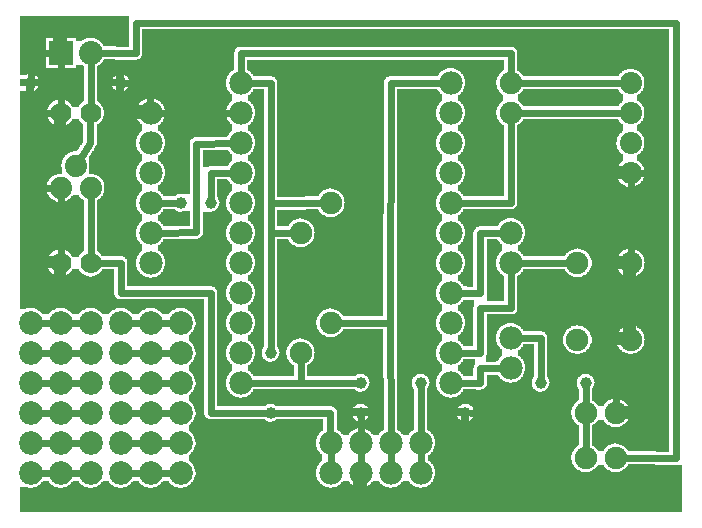
<source format=gbl>
G04 MADE WITH FRITZING*
G04 WWW.FRITZING.ORG*
G04 DOUBLE SIDED*
G04 HOLES PLATED*
G04 CONTOUR ON CENTER OF CONTOUR VECTOR*
%ASAXBY*%
%FSLAX23Y23*%
%MOIN*%
%OFA0B0*%
%SFA1.0B1.0*%
%ADD10C,0.075000*%
%ADD11C,0.039370*%
%ADD12C,0.079370*%
%ADD13C,0.078000*%
%ADD14C,0.070000*%
%ADD15C,0.080000*%
%ADD16C,0.073889*%
%ADD17C,0.074000*%
%ADD18R,0.080000X0.080000*%
%ADD19C,0.024000*%
%LNCOPPER0*%
G90*
G70*
G54D10*
X1767Y1572D03*
G54D11*
X574Y1071D03*
X674Y1071D03*
G54D12*
X574Y271D03*
X474Y271D03*
X374Y271D03*
X274Y271D03*
X174Y271D03*
X74Y271D03*
X574Y171D03*
X474Y171D03*
X374Y171D03*
X274Y171D03*
X174Y171D03*
X74Y171D03*
X574Y371D03*
X474Y371D03*
X374Y371D03*
X274Y371D03*
X174Y371D03*
X74Y371D03*
X574Y571D03*
X474Y571D03*
X374Y571D03*
X274Y571D03*
X174Y571D03*
X74Y571D03*
X574Y471D03*
X474Y471D03*
X374Y471D03*
X274Y471D03*
X174Y471D03*
X74Y471D03*
X574Y671D03*
X474Y671D03*
X374Y671D03*
X274Y671D03*
X174Y671D03*
X74Y671D03*
G54D13*
X1374Y171D03*
X1274Y171D03*
X1174Y171D03*
X1074Y171D03*
X1374Y271D03*
X1274Y271D03*
X1174Y271D03*
X1074Y271D03*
G54D10*
X1074Y1071D03*
X1074Y671D03*
X974Y971D03*
X974Y571D03*
G54D11*
X1374Y471D03*
X1174Y471D03*
X874Y571D03*
X874Y371D03*
G54D14*
X174Y1371D03*
X274Y1371D03*
X174Y871D03*
X274Y871D03*
G54D15*
X174Y1571D03*
X274Y1571D03*
G54D16*
X2074Y1171D03*
X2074Y1271D03*
X2074Y1371D03*
X2074Y1471D03*
G54D17*
X274Y1121D03*
X224Y1196D03*
X174Y1121D03*
G54D13*
X1474Y1471D03*
X1474Y1371D03*
X1474Y1271D03*
X1474Y1171D03*
X1474Y1071D03*
X1474Y971D03*
X1474Y871D03*
X1474Y771D03*
X1474Y671D03*
X1474Y571D03*
X1474Y471D03*
X774Y1471D03*
X774Y1371D03*
X774Y1271D03*
X774Y1171D03*
X774Y1071D03*
X774Y971D03*
X774Y871D03*
X774Y771D03*
X774Y671D03*
X774Y571D03*
X774Y471D03*
X474Y1371D03*
X474Y1271D03*
X474Y1171D03*
X474Y1071D03*
X474Y971D03*
X474Y871D03*
X1674Y971D03*
X1674Y871D03*
G54D10*
X1674Y1371D03*
X1674Y1471D03*
X2074Y871D03*
X2074Y615D03*
X1896Y871D03*
X1896Y615D03*
G54D11*
X74Y1471D03*
X374Y1471D03*
G54D10*
X1924Y371D03*
X2024Y371D03*
X1924Y221D03*
X2024Y221D03*
G54D13*
X1674Y621D03*
X1674Y521D03*
G54D11*
X1523Y372D03*
X1174Y372D03*
X1774Y471D03*
X1924Y471D03*
G54D18*
X174Y1571D03*
G54D19*
X174Y1540D02*
X174Y1398D01*
D02*
X274Y1398D02*
X274Y1540D01*
D02*
X74Y1371D02*
X75Y1122D01*
D02*
X75Y1122D02*
X147Y1122D01*
D02*
X272Y1271D02*
X239Y1219D01*
D02*
X274Y1094D02*
X274Y898D01*
D02*
X174Y1094D02*
X174Y898D01*
D02*
X147Y1371D02*
X74Y1371D01*
D02*
X273Y1345D02*
X272Y1271D01*
D02*
X2172Y1623D02*
X2172Y1170D01*
D02*
X2172Y1170D02*
X2175Y520D01*
D02*
X744Y1372D02*
X673Y1373D01*
D02*
X673Y1373D02*
X674Y1623D01*
D02*
X674Y1623D02*
X2172Y1623D01*
D02*
X774Y1502D02*
X774Y1570D01*
D02*
X1674Y1471D02*
X1702Y1471D01*
D02*
X774Y1570D02*
X1674Y1570D01*
D02*
X1674Y1570D02*
X1674Y1471D01*
D02*
X875Y1070D02*
X875Y973D01*
D02*
X674Y372D02*
X674Y771D01*
D02*
X374Y771D02*
X374Y872D01*
D02*
X804Y1471D02*
X874Y1471D01*
D02*
X743Y1371D02*
X504Y1371D01*
D02*
X504Y1071D02*
X555Y1071D01*
D02*
X874Y1471D02*
X875Y1070D01*
D02*
X674Y771D02*
X374Y771D01*
D02*
X626Y974D02*
X504Y972D01*
D02*
X1774Y872D02*
X1868Y872D01*
D02*
X743Y1171D02*
X674Y1171D01*
D02*
X674Y1171D02*
X674Y1090D01*
D02*
X626Y1269D02*
X626Y974D01*
D02*
X744Y1271D02*
X626Y1269D01*
D02*
X1674Y1343D02*
X1674Y1071D01*
D02*
X1674Y1071D02*
X1504Y1071D01*
D02*
X2074Y900D02*
X2074Y1137D01*
D02*
X1074Y202D02*
X1074Y241D01*
D02*
X1823Y372D02*
X1542Y372D01*
D02*
X1174Y202D02*
X1174Y241D01*
D02*
X1823Y520D02*
X1823Y372D01*
D02*
X2024Y520D02*
X1823Y520D01*
D02*
X2175Y520D02*
X2024Y520D01*
D02*
X1273Y672D02*
X1274Y1471D01*
D02*
X1374Y302D02*
X1374Y452D01*
D02*
X1274Y1471D02*
X1444Y1471D01*
D02*
X1274Y302D02*
X1273Y672D01*
D02*
X1274Y241D02*
X1274Y202D01*
D02*
X1374Y241D02*
X1374Y202D01*
D02*
X875Y973D02*
X945Y972D01*
D02*
X875Y1070D02*
X1045Y1071D01*
D02*
X875Y973D02*
X874Y590D01*
D02*
X374Y872D02*
X300Y872D01*
D02*
X1072Y372D02*
X1073Y302D01*
D02*
X893Y371D02*
X1072Y372D01*
D02*
X674Y372D02*
X855Y371D01*
D02*
X2039Y1471D02*
X1702Y1471D01*
D02*
X1573Y573D02*
X1504Y572D01*
D02*
X1675Y721D02*
X1573Y721D01*
D02*
X1573Y721D02*
X1573Y573D01*
D02*
X1674Y841D02*
X1675Y721D01*
D02*
X1702Y1371D02*
X2039Y1371D01*
D02*
X74Y1490D02*
X75Y1572D01*
D02*
X75Y1572D02*
X142Y1572D01*
D02*
X1273Y672D02*
X1102Y671D01*
D02*
X804Y471D02*
X975Y471D01*
D02*
X975Y471D02*
X1155Y471D01*
D02*
X975Y471D02*
X974Y543D01*
D02*
X1573Y971D02*
X1573Y770D01*
D02*
X1573Y770D02*
X1504Y771D01*
D02*
X1644Y971D02*
X1573Y971D01*
D02*
X2052Y221D02*
X2225Y220D01*
D02*
X2172Y1170D02*
X2108Y1171D01*
D02*
X143Y671D02*
X104Y671D01*
D02*
X243Y671D02*
X204Y671D01*
D02*
X443Y671D02*
X404Y671D01*
D02*
X543Y671D02*
X504Y671D01*
D02*
X543Y571D02*
X504Y571D01*
D02*
X443Y571D02*
X404Y571D01*
D02*
X243Y571D02*
X204Y571D01*
D02*
X143Y571D02*
X104Y571D01*
D02*
X143Y471D02*
X104Y471D01*
D02*
X243Y471D02*
X204Y471D01*
D02*
X443Y471D02*
X404Y471D01*
D02*
X543Y471D02*
X504Y471D01*
D02*
X143Y371D02*
X104Y371D01*
D02*
X243Y371D02*
X204Y371D01*
D02*
X443Y371D02*
X404Y371D01*
D02*
X543Y371D02*
X504Y371D01*
D02*
X143Y271D02*
X104Y271D01*
D02*
X243Y271D02*
X204Y271D01*
D02*
X443Y271D02*
X404Y271D01*
D02*
X543Y271D02*
X504Y271D01*
D02*
X143Y171D02*
X104Y171D01*
D02*
X243Y171D02*
X204Y171D01*
D02*
X443Y171D02*
X404Y171D01*
D02*
X543Y171D02*
X504Y171D01*
D02*
X1174Y353D02*
X1174Y302D01*
D02*
X473Y1471D02*
X473Y1402D01*
D02*
X393Y1471D02*
X473Y1471D01*
D02*
X424Y1570D02*
X424Y1672D01*
D02*
X424Y1672D02*
X2225Y1672D01*
D02*
X2225Y1672D02*
X2225Y220D01*
D02*
X305Y1571D02*
X424Y1570D01*
D02*
X1924Y452D02*
X1924Y400D01*
D02*
X2024Y520D02*
X2024Y400D01*
D02*
X1704Y871D02*
X1868Y871D01*
D02*
X1573Y520D02*
X1573Y471D01*
D02*
X1644Y521D02*
X1573Y520D01*
D02*
X1573Y471D02*
X1504Y471D01*
D02*
X1774Y622D02*
X1774Y490D01*
D02*
X1704Y622D02*
X1774Y622D01*
D02*
X1924Y250D02*
X1924Y343D01*
G36*
X1716Y1450D02*
X1716Y1448D01*
X1714Y1448D01*
X1714Y1446D01*
X1712Y1446D01*
X1712Y1442D01*
X1710Y1442D01*
X1710Y1440D01*
X1708Y1440D01*
X1708Y1438D01*
X1706Y1438D01*
X1706Y1436D01*
X1704Y1436D01*
X1704Y1434D01*
X1700Y1434D01*
X1700Y1432D01*
X1698Y1432D01*
X1698Y1412D01*
X1700Y1412D01*
X1700Y1410D01*
X1702Y1410D01*
X1702Y1408D01*
X1706Y1408D01*
X1706Y1406D01*
X1708Y1406D01*
X1708Y1404D01*
X1710Y1404D01*
X1710Y1400D01*
X1712Y1400D01*
X1712Y1398D01*
X1714Y1398D01*
X1714Y1394D01*
X2034Y1394D01*
X2034Y1398D01*
X2036Y1398D01*
X2036Y1400D01*
X2038Y1400D01*
X2038Y1404D01*
X2040Y1404D01*
X2040Y1406D01*
X2044Y1406D01*
X2044Y1408D01*
X2046Y1408D01*
X2046Y1410D01*
X2048Y1410D01*
X2048Y1412D01*
X2050Y1412D01*
X2050Y1432D01*
X2048Y1432D01*
X2048Y1434D01*
X2044Y1434D01*
X2044Y1436D01*
X2042Y1436D01*
X2042Y1438D01*
X2040Y1438D01*
X2040Y1440D01*
X2038Y1440D01*
X2038Y1442D01*
X2036Y1442D01*
X2036Y1446D01*
X2034Y1446D01*
X2034Y1448D01*
X2032Y1448D01*
X2032Y1450D01*
X1716Y1450D01*
G37*
D02*
G36*
X648Y1248D02*
X648Y1192D01*
X668Y1192D01*
X668Y1194D01*
X730Y1194D01*
X730Y1196D01*
X732Y1196D01*
X732Y1198D01*
X734Y1198D01*
X734Y1202D01*
X736Y1202D01*
X736Y1204D01*
X738Y1204D01*
X738Y1206D01*
X740Y1206D01*
X740Y1208D01*
X742Y1208D01*
X742Y1210D01*
X744Y1210D01*
X744Y1212D01*
X746Y1212D01*
X746Y1232D01*
X744Y1232D01*
X744Y1234D01*
X742Y1234D01*
X742Y1236D01*
X740Y1236D01*
X740Y1238D01*
X738Y1238D01*
X738Y1240D01*
X736Y1240D01*
X736Y1242D01*
X734Y1242D01*
X734Y1244D01*
X732Y1244D01*
X732Y1248D01*
X648Y1248D01*
G37*
D02*
G36*
X516Y1050D02*
X516Y1046D01*
X514Y1046D01*
X514Y1042D01*
X566Y1042D01*
X566Y1044D01*
X560Y1044D01*
X560Y1046D01*
X558Y1046D01*
X558Y1048D01*
X554Y1048D01*
X554Y1050D01*
X516Y1050D01*
G37*
D02*
G36*
X580Y1044D02*
X580Y1042D01*
X604Y1042D01*
X604Y1044D01*
X580Y1044D01*
G37*
D02*
G36*
X512Y1042D02*
X512Y1040D01*
X604Y1040D01*
X604Y1042D01*
X512Y1042D01*
G37*
D02*
G36*
X512Y1042D02*
X512Y1040D01*
X604Y1040D01*
X604Y1042D01*
X512Y1042D01*
G37*
D02*
G36*
X510Y1040D02*
X510Y1038D01*
X508Y1038D01*
X508Y1036D01*
X506Y1036D01*
X506Y1034D01*
X504Y1034D01*
X504Y1032D01*
X500Y1032D01*
X500Y1012D01*
X502Y1012D01*
X502Y1010D01*
X504Y1010D01*
X504Y1008D01*
X508Y1008D01*
X508Y1006D01*
X510Y1006D01*
X510Y1002D01*
X512Y1002D01*
X512Y1000D01*
X514Y1000D01*
X514Y998D01*
X516Y998D01*
X516Y994D01*
X546Y994D01*
X546Y996D01*
X604Y996D01*
X604Y1040D01*
X510Y1040D01*
G37*
D02*
G36*
X1594Y950D02*
X1594Y744D01*
X1652Y744D01*
X1652Y828D01*
X1650Y828D01*
X1650Y830D01*
X1646Y830D01*
X1646Y832D01*
X1644Y832D01*
X1644Y834D01*
X1642Y834D01*
X1642Y836D01*
X1640Y836D01*
X1640Y838D01*
X1638Y838D01*
X1638Y840D01*
X1636Y840D01*
X1636Y842D01*
X1634Y842D01*
X1634Y844D01*
X1632Y844D01*
X1632Y848D01*
X1630Y848D01*
X1630Y852D01*
X1628Y852D01*
X1628Y858D01*
X1626Y858D01*
X1626Y866D01*
X1624Y866D01*
X1624Y878D01*
X1626Y878D01*
X1626Y886D01*
X1628Y886D01*
X1628Y892D01*
X1630Y892D01*
X1630Y896D01*
X1632Y896D01*
X1632Y898D01*
X1634Y898D01*
X1634Y902D01*
X1636Y902D01*
X1636Y904D01*
X1638Y904D01*
X1638Y906D01*
X1640Y906D01*
X1640Y908D01*
X1642Y908D01*
X1642Y910D01*
X1644Y910D01*
X1644Y912D01*
X1646Y912D01*
X1646Y932D01*
X1644Y932D01*
X1644Y934D01*
X1642Y934D01*
X1642Y936D01*
X1640Y936D01*
X1640Y938D01*
X1638Y938D01*
X1638Y940D01*
X1636Y940D01*
X1636Y942D01*
X1634Y942D01*
X1634Y944D01*
X1632Y944D01*
X1632Y948D01*
X1630Y948D01*
X1630Y950D01*
X1594Y950D01*
G37*
D02*
G36*
X1516Y748D02*
X1516Y746D01*
X1514Y746D01*
X1514Y742D01*
X1512Y742D01*
X1512Y740D01*
X1510Y740D01*
X1510Y738D01*
X1508Y738D01*
X1508Y736D01*
X1506Y736D01*
X1506Y734D01*
X1504Y734D01*
X1504Y732D01*
X1500Y732D01*
X1500Y712D01*
X1502Y712D01*
X1502Y710D01*
X1504Y710D01*
X1504Y708D01*
X1508Y708D01*
X1508Y706D01*
X1510Y706D01*
X1510Y702D01*
X1512Y702D01*
X1512Y700D01*
X1514Y700D01*
X1514Y698D01*
X1516Y698D01*
X1516Y694D01*
X1518Y694D01*
X1518Y690D01*
X1520Y690D01*
X1520Y684D01*
X1522Y684D01*
X1522Y660D01*
X1520Y660D01*
X1520Y654D01*
X1518Y654D01*
X1518Y650D01*
X1516Y650D01*
X1516Y646D01*
X1514Y646D01*
X1514Y642D01*
X1512Y642D01*
X1512Y640D01*
X1510Y640D01*
X1510Y638D01*
X1508Y638D01*
X1508Y636D01*
X1506Y636D01*
X1506Y634D01*
X1504Y634D01*
X1504Y632D01*
X1500Y632D01*
X1500Y612D01*
X1502Y612D01*
X1502Y610D01*
X1504Y610D01*
X1504Y608D01*
X1508Y608D01*
X1508Y606D01*
X1510Y606D01*
X1510Y602D01*
X1512Y602D01*
X1512Y600D01*
X1514Y600D01*
X1514Y598D01*
X1516Y598D01*
X1516Y594D01*
X1550Y594D01*
X1550Y724D01*
X1552Y724D01*
X1552Y748D01*
X1516Y748D01*
G37*
D02*
G36*
X1516Y550D02*
X1516Y546D01*
X1514Y546D01*
X1514Y542D01*
X1512Y542D01*
X1512Y540D01*
X1510Y540D01*
X1510Y538D01*
X1508Y538D01*
X1508Y536D01*
X1506Y536D01*
X1506Y534D01*
X1504Y534D01*
X1504Y532D01*
X1500Y532D01*
X1500Y512D01*
X1502Y512D01*
X1502Y510D01*
X1504Y510D01*
X1504Y508D01*
X1508Y508D01*
X1508Y506D01*
X1510Y506D01*
X1510Y502D01*
X1512Y502D01*
X1512Y500D01*
X1514Y500D01*
X1514Y498D01*
X1516Y498D01*
X1516Y494D01*
X1550Y494D01*
X1550Y522D01*
X1552Y522D01*
X1552Y530D01*
X1554Y530D01*
X1554Y550D01*
X1516Y550D01*
G37*
D02*
G36*
X40Y1694D02*
X40Y1622D01*
X280Y1622D01*
X280Y1620D01*
X290Y1620D01*
X290Y1618D01*
X294Y1618D01*
X294Y1616D01*
X298Y1616D01*
X298Y1614D01*
X302Y1614D01*
X302Y1612D01*
X304Y1612D01*
X304Y1610D01*
X306Y1610D01*
X306Y1608D01*
X308Y1608D01*
X308Y1606D01*
X310Y1606D01*
X310Y1604D01*
X312Y1604D01*
X312Y1602D01*
X314Y1602D01*
X314Y1600D01*
X316Y1600D01*
X316Y1596D01*
X318Y1596D01*
X318Y1594D01*
X358Y1594D01*
X358Y1592D01*
X402Y1592D01*
X402Y1694D01*
X40Y1694D01*
G37*
D02*
G36*
X446Y1650D02*
X446Y1592D01*
X1682Y1592D01*
X1682Y1590D01*
X1686Y1590D01*
X1686Y1588D01*
X1688Y1588D01*
X1688Y1586D01*
X1690Y1586D01*
X1690Y1584D01*
X1692Y1584D01*
X1692Y1580D01*
X1694Y1580D01*
X1694Y1576D01*
X1696Y1576D01*
X1696Y1518D01*
X2086Y1518D01*
X2086Y1516D01*
X2092Y1516D01*
X2092Y1514D01*
X2096Y1514D01*
X2096Y1512D01*
X2100Y1512D01*
X2100Y1510D01*
X2102Y1510D01*
X2102Y1508D01*
X2104Y1508D01*
X2104Y1506D01*
X2106Y1506D01*
X2106Y1504D01*
X2108Y1504D01*
X2108Y1502D01*
X2110Y1502D01*
X2110Y1500D01*
X2112Y1500D01*
X2112Y1496D01*
X2114Y1496D01*
X2114Y1494D01*
X2116Y1494D01*
X2116Y1490D01*
X2118Y1490D01*
X2118Y1482D01*
X2120Y1482D01*
X2120Y1460D01*
X2118Y1460D01*
X2118Y1454D01*
X2116Y1454D01*
X2116Y1450D01*
X2114Y1450D01*
X2114Y1446D01*
X2112Y1446D01*
X2112Y1444D01*
X2110Y1444D01*
X2110Y1442D01*
X2108Y1442D01*
X2108Y1438D01*
X2104Y1438D01*
X2104Y1436D01*
X2102Y1436D01*
X2102Y1434D01*
X2100Y1434D01*
X2100Y1432D01*
X2096Y1432D01*
X2096Y1412D01*
X2100Y1412D01*
X2100Y1410D01*
X2102Y1410D01*
X2102Y1408D01*
X2104Y1408D01*
X2104Y1406D01*
X2106Y1406D01*
X2106Y1404D01*
X2108Y1404D01*
X2108Y1402D01*
X2110Y1402D01*
X2110Y1400D01*
X2112Y1400D01*
X2112Y1396D01*
X2114Y1396D01*
X2114Y1394D01*
X2116Y1394D01*
X2116Y1390D01*
X2118Y1390D01*
X2118Y1382D01*
X2120Y1382D01*
X2120Y1360D01*
X2118Y1360D01*
X2118Y1354D01*
X2116Y1354D01*
X2116Y1350D01*
X2114Y1350D01*
X2114Y1346D01*
X2112Y1346D01*
X2112Y1344D01*
X2110Y1344D01*
X2110Y1342D01*
X2108Y1342D01*
X2108Y1338D01*
X2104Y1338D01*
X2104Y1336D01*
X2102Y1336D01*
X2102Y1334D01*
X2100Y1334D01*
X2100Y1332D01*
X2096Y1332D01*
X2096Y1312D01*
X2100Y1312D01*
X2100Y1310D01*
X2102Y1310D01*
X2102Y1308D01*
X2104Y1308D01*
X2104Y1306D01*
X2106Y1306D01*
X2106Y1304D01*
X2108Y1304D01*
X2108Y1302D01*
X2110Y1302D01*
X2110Y1300D01*
X2112Y1300D01*
X2112Y1296D01*
X2114Y1296D01*
X2114Y1294D01*
X2116Y1294D01*
X2116Y1290D01*
X2118Y1290D01*
X2118Y1282D01*
X2120Y1282D01*
X2120Y1260D01*
X2118Y1260D01*
X2118Y1254D01*
X2116Y1254D01*
X2116Y1250D01*
X2114Y1250D01*
X2114Y1246D01*
X2112Y1246D01*
X2112Y1244D01*
X2110Y1244D01*
X2110Y1242D01*
X2108Y1242D01*
X2108Y1238D01*
X2104Y1238D01*
X2104Y1236D01*
X2102Y1236D01*
X2102Y1234D01*
X2100Y1234D01*
X2100Y1232D01*
X2096Y1232D01*
X2096Y1212D01*
X2100Y1212D01*
X2100Y1210D01*
X2102Y1210D01*
X2102Y1208D01*
X2104Y1208D01*
X2104Y1206D01*
X2106Y1206D01*
X2106Y1204D01*
X2108Y1204D01*
X2108Y1202D01*
X2110Y1202D01*
X2110Y1200D01*
X2112Y1200D01*
X2112Y1196D01*
X2114Y1196D01*
X2114Y1194D01*
X2116Y1194D01*
X2116Y1190D01*
X2118Y1190D01*
X2118Y1182D01*
X2120Y1182D01*
X2120Y1160D01*
X2118Y1160D01*
X2118Y1154D01*
X2116Y1154D01*
X2116Y1150D01*
X2114Y1150D01*
X2114Y1146D01*
X2112Y1146D01*
X2112Y1144D01*
X2110Y1144D01*
X2110Y1142D01*
X2108Y1142D01*
X2108Y1138D01*
X2104Y1138D01*
X2104Y1136D01*
X2102Y1136D01*
X2102Y1134D01*
X2100Y1134D01*
X2100Y1132D01*
X2096Y1132D01*
X2096Y1130D01*
X2092Y1130D01*
X2092Y1128D01*
X2088Y1128D01*
X2088Y1126D01*
X2078Y1126D01*
X2078Y1124D01*
X2202Y1124D01*
X2202Y1650D01*
X446Y1650D01*
G37*
D02*
G36*
X40Y1622D02*
X40Y1522D01*
X124Y1522D01*
X124Y1622D01*
X40Y1622D01*
G37*
D02*
G36*
X224Y1622D02*
X224Y1610D01*
X244Y1610D01*
X244Y1612D01*
X246Y1612D01*
X246Y1614D01*
X250Y1614D01*
X250Y1616D01*
X252Y1616D01*
X252Y1618D01*
X258Y1618D01*
X258Y1620D01*
X266Y1620D01*
X266Y1622D01*
X224Y1622D01*
G37*
D02*
G36*
X446Y1592D02*
X446Y1564D01*
X444Y1564D01*
X444Y1560D01*
X442Y1560D01*
X442Y1556D01*
X440Y1556D01*
X440Y1554D01*
X438Y1554D01*
X438Y1552D01*
X434Y1552D01*
X434Y1550D01*
X428Y1550D01*
X428Y1548D01*
X752Y1548D01*
X752Y1576D01*
X754Y1576D01*
X754Y1580D01*
X756Y1580D01*
X756Y1584D01*
X758Y1584D01*
X758Y1586D01*
X760Y1586D01*
X760Y1588D01*
X762Y1588D01*
X762Y1590D01*
X766Y1590D01*
X766Y1592D01*
X446Y1592D01*
G37*
D02*
G36*
X318Y1550D02*
X318Y1548D01*
X356Y1548D01*
X356Y1550D01*
X318Y1550D01*
G37*
D02*
G36*
X316Y1548D02*
X316Y1546D01*
X752Y1546D01*
X752Y1548D01*
X316Y1548D01*
G37*
D02*
G36*
X316Y1548D02*
X316Y1546D01*
X752Y1546D01*
X752Y1548D01*
X316Y1548D01*
G37*
D02*
G36*
X796Y1548D02*
X796Y1520D01*
X1486Y1520D01*
X1486Y1518D01*
X1492Y1518D01*
X1492Y1516D01*
X1496Y1516D01*
X1496Y1514D01*
X1500Y1514D01*
X1500Y1512D01*
X1502Y1512D01*
X1502Y1510D01*
X1504Y1510D01*
X1504Y1508D01*
X1508Y1508D01*
X1508Y1506D01*
X1510Y1506D01*
X1510Y1502D01*
X1512Y1502D01*
X1512Y1500D01*
X1514Y1500D01*
X1514Y1498D01*
X1516Y1498D01*
X1516Y1494D01*
X1518Y1494D01*
X1518Y1490D01*
X1520Y1490D01*
X1520Y1484D01*
X1522Y1484D01*
X1522Y1460D01*
X1520Y1460D01*
X1520Y1454D01*
X1518Y1454D01*
X1518Y1450D01*
X1516Y1450D01*
X1516Y1446D01*
X1514Y1446D01*
X1514Y1442D01*
X1512Y1442D01*
X1512Y1440D01*
X1510Y1440D01*
X1510Y1438D01*
X1508Y1438D01*
X1508Y1436D01*
X1506Y1436D01*
X1506Y1434D01*
X1504Y1434D01*
X1504Y1432D01*
X1500Y1432D01*
X1500Y1412D01*
X1502Y1412D01*
X1502Y1410D01*
X1504Y1410D01*
X1504Y1408D01*
X1508Y1408D01*
X1508Y1406D01*
X1510Y1406D01*
X1510Y1402D01*
X1512Y1402D01*
X1512Y1400D01*
X1514Y1400D01*
X1514Y1398D01*
X1516Y1398D01*
X1516Y1394D01*
X1518Y1394D01*
X1518Y1390D01*
X1520Y1390D01*
X1520Y1384D01*
X1522Y1384D01*
X1522Y1360D01*
X1520Y1360D01*
X1520Y1354D01*
X1518Y1354D01*
X1518Y1350D01*
X1516Y1350D01*
X1516Y1346D01*
X1514Y1346D01*
X1514Y1342D01*
X1512Y1342D01*
X1512Y1340D01*
X1510Y1340D01*
X1510Y1338D01*
X1508Y1338D01*
X1508Y1336D01*
X1506Y1336D01*
X1506Y1334D01*
X1504Y1334D01*
X1504Y1332D01*
X1500Y1332D01*
X1500Y1312D01*
X1502Y1312D01*
X1502Y1310D01*
X1504Y1310D01*
X1504Y1308D01*
X1508Y1308D01*
X1508Y1306D01*
X1510Y1306D01*
X1510Y1302D01*
X1512Y1302D01*
X1512Y1300D01*
X1514Y1300D01*
X1514Y1298D01*
X1516Y1298D01*
X1516Y1294D01*
X1518Y1294D01*
X1518Y1290D01*
X1520Y1290D01*
X1520Y1284D01*
X1522Y1284D01*
X1522Y1260D01*
X1520Y1260D01*
X1520Y1254D01*
X1518Y1254D01*
X1518Y1250D01*
X1516Y1250D01*
X1516Y1246D01*
X1514Y1246D01*
X1514Y1242D01*
X1512Y1242D01*
X1512Y1240D01*
X1510Y1240D01*
X1510Y1238D01*
X1508Y1238D01*
X1508Y1236D01*
X1506Y1236D01*
X1506Y1234D01*
X1504Y1234D01*
X1504Y1232D01*
X1500Y1232D01*
X1500Y1212D01*
X1502Y1212D01*
X1502Y1210D01*
X1504Y1210D01*
X1504Y1208D01*
X1508Y1208D01*
X1508Y1206D01*
X1510Y1206D01*
X1510Y1202D01*
X1512Y1202D01*
X1512Y1200D01*
X1514Y1200D01*
X1514Y1198D01*
X1516Y1198D01*
X1516Y1194D01*
X1518Y1194D01*
X1518Y1190D01*
X1520Y1190D01*
X1520Y1184D01*
X1522Y1184D01*
X1522Y1160D01*
X1520Y1160D01*
X1520Y1154D01*
X1518Y1154D01*
X1518Y1150D01*
X1516Y1150D01*
X1516Y1146D01*
X1514Y1146D01*
X1514Y1142D01*
X1512Y1142D01*
X1512Y1140D01*
X1510Y1140D01*
X1510Y1138D01*
X1508Y1138D01*
X1508Y1136D01*
X1506Y1136D01*
X1506Y1134D01*
X1504Y1134D01*
X1504Y1132D01*
X1500Y1132D01*
X1500Y1112D01*
X1502Y1112D01*
X1502Y1110D01*
X1504Y1110D01*
X1504Y1108D01*
X1508Y1108D01*
X1508Y1106D01*
X1510Y1106D01*
X1510Y1102D01*
X1512Y1102D01*
X1512Y1100D01*
X1514Y1100D01*
X1514Y1098D01*
X1516Y1098D01*
X1516Y1094D01*
X1652Y1094D01*
X1652Y1330D01*
X1650Y1330D01*
X1650Y1332D01*
X1646Y1332D01*
X1646Y1334D01*
X1644Y1334D01*
X1644Y1336D01*
X1642Y1336D01*
X1642Y1338D01*
X1640Y1338D01*
X1640Y1340D01*
X1638Y1340D01*
X1638Y1342D01*
X1636Y1342D01*
X1636Y1344D01*
X1634Y1344D01*
X1634Y1348D01*
X1632Y1348D01*
X1632Y1352D01*
X1630Y1352D01*
X1630Y1356D01*
X1628Y1356D01*
X1628Y1364D01*
X1626Y1364D01*
X1626Y1380D01*
X1628Y1380D01*
X1628Y1388D01*
X1630Y1388D01*
X1630Y1392D01*
X1632Y1392D01*
X1632Y1396D01*
X1634Y1396D01*
X1634Y1400D01*
X1636Y1400D01*
X1636Y1402D01*
X1638Y1402D01*
X1638Y1404D01*
X1640Y1404D01*
X1640Y1406D01*
X1642Y1406D01*
X1642Y1408D01*
X1644Y1408D01*
X1644Y1410D01*
X1648Y1410D01*
X1648Y1412D01*
X1650Y1412D01*
X1650Y1432D01*
X1646Y1432D01*
X1646Y1434D01*
X1644Y1434D01*
X1644Y1436D01*
X1642Y1436D01*
X1642Y1438D01*
X1640Y1438D01*
X1640Y1440D01*
X1638Y1440D01*
X1638Y1442D01*
X1636Y1442D01*
X1636Y1444D01*
X1634Y1444D01*
X1634Y1448D01*
X1632Y1448D01*
X1632Y1452D01*
X1630Y1452D01*
X1630Y1456D01*
X1628Y1456D01*
X1628Y1464D01*
X1626Y1464D01*
X1626Y1480D01*
X1628Y1480D01*
X1628Y1488D01*
X1630Y1488D01*
X1630Y1492D01*
X1632Y1492D01*
X1632Y1496D01*
X1634Y1496D01*
X1634Y1500D01*
X1636Y1500D01*
X1636Y1502D01*
X1638Y1502D01*
X1638Y1504D01*
X1640Y1504D01*
X1640Y1506D01*
X1642Y1506D01*
X1642Y1508D01*
X1644Y1508D01*
X1644Y1510D01*
X1648Y1510D01*
X1648Y1512D01*
X1650Y1512D01*
X1650Y1514D01*
X1652Y1514D01*
X1652Y1548D01*
X796Y1548D01*
G37*
D02*
G36*
X316Y1546D02*
X316Y1544D01*
X314Y1544D01*
X314Y1542D01*
X312Y1542D01*
X312Y1538D01*
X310Y1538D01*
X310Y1536D01*
X308Y1536D01*
X308Y1534D01*
X304Y1534D01*
X304Y1532D01*
X302Y1532D01*
X302Y1530D01*
X300Y1530D01*
X300Y1528D01*
X296Y1528D01*
X296Y1502D01*
X376Y1502D01*
X376Y1500D01*
X386Y1500D01*
X386Y1498D01*
X388Y1498D01*
X388Y1496D01*
X392Y1496D01*
X392Y1494D01*
X394Y1494D01*
X394Y1492D01*
X396Y1492D01*
X396Y1490D01*
X398Y1490D01*
X398Y1486D01*
X400Y1486D01*
X400Y1484D01*
X402Y1484D01*
X402Y1474D01*
X404Y1474D01*
X404Y1470D01*
X402Y1470D01*
X402Y1460D01*
X400Y1460D01*
X400Y1456D01*
X398Y1456D01*
X398Y1454D01*
X396Y1454D01*
X396Y1452D01*
X394Y1452D01*
X394Y1450D01*
X392Y1450D01*
X392Y1448D01*
X390Y1448D01*
X390Y1446D01*
X386Y1446D01*
X386Y1444D01*
X380Y1444D01*
X380Y1442D01*
X734Y1442D01*
X734Y1444D01*
X732Y1444D01*
X732Y1448D01*
X730Y1448D01*
X730Y1452D01*
X728Y1452D01*
X728Y1458D01*
X726Y1458D01*
X726Y1466D01*
X724Y1466D01*
X724Y1478D01*
X726Y1478D01*
X726Y1486D01*
X728Y1486D01*
X728Y1492D01*
X730Y1492D01*
X730Y1496D01*
X732Y1496D01*
X732Y1498D01*
X734Y1498D01*
X734Y1502D01*
X736Y1502D01*
X736Y1504D01*
X738Y1504D01*
X738Y1506D01*
X740Y1506D01*
X740Y1508D01*
X742Y1508D01*
X742Y1510D01*
X744Y1510D01*
X744Y1512D01*
X748Y1512D01*
X748Y1514D01*
X752Y1514D01*
X752Y1546D01*
X316Y1546D01*
G37*
D02*
G36*
X224Y1532D02*
X224Y1522D01*
X252Y1522D01*
X252Y1528D01*
X248Y1528D01*
X248Y1530D01*
X244Y1530D01*
X244Y1532D01*
X224Y1532D01*
G37*
D02*
G36*
X40Y1522D02*
X40Y1520D01*
X252Y1520D01*
X252Y1522D01*
X40Y1522D01*
G37*
D02*
G36*
X40Y1522D02*
X40Y1520D01*
X252Y1520D01*
X252Y1522D01*
X40Y1522D01*
G37*
D02*
G36*
X40Y1520D02*
X40Y1502D01*
X76Y1502D01*
X76Y1500D01*
X86Y1500D01*
X86Y1498D01*
X88Y1498D01*
X88Y1496D01*
X92Y1496D01*
X92Y1494D01*
X94Y1494D01*
X94Y1492D01*
X96Y1492D01*
X96Y1490D01*
X98Y1490D01*
X98Y1486D01*
X100Y1486D01*
X100Y1484D01*
X102Y1484D01*
X102Y1474D01*
X104Y1474D01*
X104Y1470D01*
X102Y1470D01*
X102Y1460D01*
X100Y1460D01*
X100Y1456D01*
X98Y1456D01*
X98Y1454D01*
X96Y1454D01*
X96Y1452D01*
X94Y1452D01*
X94Y1450D01*
X92Y1450D01*
X92Y1448D01*
X90Y1448D01*
X90Y1446D01*
X86Y1446D01*
X86Y1444D01*
X80Y1444D01*
X80Y1442D01*
X252Y1442D01*
X252Y1520D01*
X40Y1520D01*
G37*
D02*
G36*
X796Y1520D02*
X796Y1514D01*
X800Y1514D01*
X800Y1512D01*
X802Y1512D01*
X802Y1510D01*
X804Y1510D01*
X804Y1508D01*
X808Y1508D01*
X808Y1506D01*
X810Y1506D01*
X810Y1502D01*
X812Y1502D01*
X812Y1500D01*
X814Y1500D01*
X814Y1498D01*
X816Y1498D01*
X816Y1494D01*
X878Y1494D01*
X878Y1492D01*
X884Y1492D01*
X884Y1490D01*
X888Y1490D01*
X888Y1488D01*
X890Y1488D01*
X890Y1486D01*
X892Y1486D01*
X892Y1482D01*
X894Y1482D01*
X894Y1476D01*
X896Y1476D01*
X896Y1120D01*
X1076Y1120D01*
X1076Y1118D01*
X1086Y1118D01*
X1086Y1116D01*
X1092Y1116D01*
X1092Y1114D01*
X1096Y1114D01*
X1096Y1112D01*
X1100Y1112D01*
X1100Y1110D01*
X1102Y1110D01*
X1102Y1108D01*
X1106Y1108D01*
X1106Y1106D01*
X1108Y1106D01*
X1108Y1104D01*
X1110Y1104D01*
X1110Y1100D01*
X1112Y1100D01*
X1112Y1098D01*
X1114Y1098D01*
X1114Y1094D01*
X1116Y1094D01*
X1116Y1090D01*
X1118Y1090D01*
X1118Y1084D01*
X1120Y1084D01*
X1120Y1074D01*
X1122Y1074D01*
X1122Y1070D01*
X1120Y1070D01*
X1120Y1058D01*
X1118Y1058D01*
X1118Y1052D01*
X1116Y1052D01*
X1116Y1048D01*
X1114Y1048D01*
X1114Y1046D01*
X1112Y1046D01*
X1112Y1042D01*
X1110Y1042D01*
X1110Y1040D01*
X1108Y1040D01*
X1108Y1038D01*
X1106Y1038D01*
X1106Y1036D01*
X1104Y1036D01*
X1104Y1034D01*
X1100Y1034D01*
X1100Y1032D01*
X1098Y1032D01*
X1098Y1030D01*
X1094Y1030D01*
X1094Y1028D01*
X1088Y1028D01*
X1088Y1026D01*
X1082Y1026D01*
X1082Y1024D01*
X1250Y1024D01*
X1250Y1034D01*
X1252Y1034D01*
X1252Y1480D01*
X1254Y1480D01*
X1254Y1484D01*
X1256Y1484D01*
X1256Y1486D01*
X1258Y1486D01*
X1258Y1488D01*
X1260Y1488D01*
X1260Y1490D01*
X1264Y1490D01*
X1264Y1492D01*
X1268Y1492D01*
X1268Y1494D01*
X1430Y1494D01*
X1430Y1496D01*
X1432Y1496D01*
X1432Y1498D01*
X1434Y1498D01*
X1434Y1502D01*
X1436Y1502D01*
X1436Y1504D01*
X1438Y1504D01*
X1438Y1506D01*
X1440Y1506D01*
X1440Y1508D01*
X1442Y1508D01*
X1442Y1510D01*
X1444Y1510D01*
X1444Y1512D01*
X1448Y1512D01*
X1448Y1514D01*
X1452Y1514D01*
X1452Y1516D01*
X1456Y1516D01*
X1456Y1518D01*
X1462Y1518D01*
X1462Y1520D01*
X796Y1520D01*
G37*
D02*
G36*
X1696Y1518D02*
X1696Y1512D01*
X1700Y1512D01*
X1700Y1510D01*
X1702Y1510D01*
X1702Y1508D01*
X1706Y1508D01*
X1706Y1506D01*
X1708Y1506D01*
X1708Y1504D01*
X1710Y1504D01*
X1710Y1500D01*
X1712Y1500D01*
X1712Y1498D01*
X1714Y1498D01*
X1714Y1494D01*
X2034Y1494D01*
X2034Y1498D01*
X2036Y1498D01*
X2036Y1500D01*
X2038Y1500D01*
X2038Y1504D01*
X2040Y1504D01*
X2040Y1506D01*
X2044Y1506D01*
X2044Y1508D01*
X2046Y1508D01*
X2046Y1510D01*
X2048Y1510D01*
X2048Y1512D01*
X2052Y1512D01*
X2052Y1514D01*
X2056Y1514D01*
X2056Y1516D01*
X2062Y1516D01*
X2062Y1518D01*
X1696Y1518D01*
G37*
D02*
G36*
X40Y1502D02*
X40Y1498D01*
X62Y1498D01*
X62Y1500D01*
X70Y1500D01*
X70Y1502D01*
X40Y1502D01*
G37*
D02*
G36*
X296Y1502D02*
X296Y1442D01*
X366Y1442D01*
X366Y1444D01*
X360Y1444D01*
X360Y1446D01*
X358Y1446D01*
X358Y1448D01*
X354Y1448D01*
X354Y1450D01*
X352Y1450D01*
X352Y1452D01*
X350Y1452D01*
X350Y1456D01*
X348Y1456D01*
X348Y1458D01*
X346Y1458D01*
X346Y1464D01*
X344Y1464D01*
X344Y1478D01*
X346Y1478D01*
X346Y1484D01*
X348Y1484D01*
X348Y1488D01*
X350Y1488D01*
X350Y1490D01*
X352Y1490D01*
X352Y1492D01*
X354Y1492D01*
X354Y1494D01*
X356Y1494D01*
X356Y1496D01*
X358Y1496D01*
X358Y1498D01*
X362Y1498D01*
X362Y1500D01*
X370Y1500D01*
X370Y1502D01*
X296Y1502D01*
G37*
D02*
G36*
X816Y1450D02*
X816Y1446D01*
X814Y1446D01*
X814Y1442D01*
X812Y1442D01*
X812Y1440D01*
X810Y1440D01*
X810Y1438D01*
X808Y1438D01*
X808Y1436D01*
X806Y1436D01*
X806Y1434D01*
X804Y1434D01*
X804Y1432D01*
X800Y1432D01*
X800Y1412D01*
X802Y1412D01*
X802Y1410D01*
X804Y1410D01*
X804Y1408D01*
X808Y1408D01*
X808Y1406D01*
X810Y1406D01*
X810Y1402D01*
X812Y1402D01*
X812Y1400D01*
X814Y1400D01*
X814Y1398D01*
X816Y1398D01*
X816Y1394D01*
X818Y1394D01*
X818Y1390D01*
X820Y1390D01*
X820Y1384D01*
X822Y1384D01*
X822Y1360D01*
X820Y1360D01*
X820Y1354D01*
X818Y1354D01*
X818Y1350D01*
X816Y1350D01*
X816Y1346D01*
X814Y1346D01*
X814Y1342D01*
X812Y1342D01*
X812Y1340D01*
X810Y1340D01*
X810Y1338D01*
X808Y1338D01*
X808Y1336D01*
X806Y1336D01*
X806Y1334D01*
X804Y1334D01*
X804Y1332D01*
X800Y1332D01*
X800Y1312D01*
X802Y1312D01*
X802Y1310D01*
X804Y1310D01*
X804Y1308D01*
X808Y1308D01*
X808Y1306D01*
X810Y1306D01*
X810Y1302D01*
X812Y1302D01*
X812Y1300D01*
X814Y1300D01*
X814Y1298D01*
X816Y1298D01*
X816Y1294D01*
X818Y1294D01*
X818Y1290D01*
X820Y1290D01*
X820Y1284D01*
X822Y1284D01*
X822Y1260D01*
X820Y1260D01*
X820Y1254D01*
X818Y1254D01*
X818Y1250D01*
X816Y1250D01*
X816Y1246D01*
X814Y1246D01*
X814Y1242D01*
X812Y1242D01*
X812Y1240D01*
X810Y1240D01*
X810Y1238D01*
X808Y1238D01*
X808Y1236D01*
X806Y1236D01*
X806Y1234D01*
X804Y1234D01*
X804Y1232D01*
X800Y1232D01*
X800Y1212D01*
X802Y1212D01*
X802Y1210D01*
X804Y1210D01*
X804Y1208D01*
X808Y1208D01*
X808Y1206D01*
X810Y1206D01*
X810Y1202D01*
X812Y1202D01*
X812Y1200D01*
X814Y1200D01*
X814Y1198D01*
X816Y1198D01*
X816Y1194D01*
X818Y1194D01*
X818Y1190D01*
X820Y1190D01*
X820Y1184D01*
X822Y1184D01*
X822Y1160D01*
X820Y1160D01*
X820Y1154D01*
X818Y1154D01*
X818Y1150D01*
X816Y1150D01*
X816Y1146D01*
X814Y1146D01*
X814Y1142D01*
X812Y1142D01*
X812Y1140D01*
X810Y1140D01*
X810Y1138D01*
X808Y1138D01*
X808Y1136D01*
X806Y1136D01*
X806Y1134D01*
X804Y1134D01*
X804Y1132D01*
X800Y1132D01*
X800Y1112D01*
X802Y1112D01*
X802Y1110D01*
X804Y1110D01*
X804Y1108D01*
X808Y1108D01*
X808Y1106D01*
X810Y1106D01*
X810Y1102D01*
X812Y1102D01*
X812Y1100D01*
X814Y1100D01*
X814Y1098D01*
X816Y1098D01*
X816Y1094D01*
X818Y1094D01*
X818Y1090D01*
X820Y1090D01*
X820Y1084D01*
X822Y1084D01*
X822Y1060D01*
X820Y1060D01*
X820Y1054D01*
X818Y1054D01*
X818Y1050D01*
X816Y1050D01*
X816Y1046D01*
X814Y1046D01*
X814Y1042D01*
X812Y1042D01*
X812Y1040D01*
X810Y1040D01*
X810Y1038D01*
X808Y1038D01*
X808Y1036D01*
X806Y1036D01*
X806Y1034D01*
X804Y1034D01*
X804Y1032D01*
X800Y1032D01*
X800Y1012D01*
X802Y1012D01*
X802Y1010D01*
X804Y1010D01*
X804Y1008D01*
X808Y1008D01*
X808Y1006D01*
X810Y1006D01*
X810Y1002D01*
X812Y1002D01*
X812Y1000D01*
X814Y1000D01*
X814Y998D01*
X816Y998D01*
X816Y994D01*
X818Y994D01*
X818Y990D01*
X820Y990D01*
X820Y984D01*
X822Y984D01*
X822Y960D01*
X820Y960D01*
X820Y954D01*
X818Y954D01*
X818Y950D01*
X816Y950D01*
X816Y946D01*
X814Y946D01*
X814Y942D01*
X812Y942D01*
X812Y940D01*
X810Y940D01*
X810Y938D01*
X808Y938D01*
X808Y936D01*
X806Y936D01*
X806Y934D01*
X804Y934D01*
X804Y932D01*
X800Y932D01*
X800Y912D01*
X802Y912D01*
X802Y910D01*
X804Y910D01*
X804Y908D01*
X808Y908D01*
X808Y906D01*
X810Y906D01*
X810Y902D01*
X812Y902D01*
X812Y900D01*
X814Y900D01*
X814Y898D01*
X816Y898D01*
X816Y894D01*
X818Y894D01*
X818Y890D01*
X820Y890D01*
X820Y884D01*
X822Y884D01*
X822Y860D01*
X820Y860D01*
X820Y854D01*
X818Y854D01*
X818Y850D01*
X816Y850D01*
X816Y846D01*
X814Y846D01*
X814Y842D01*
X812Y842D01*
X812Y840D01*
X810Y840D01*
X810Y838D01*
X808Y838D01*
X808Y836D01*
X806Y836D01*
X806Y834D01*
X804Y834D01*
X804Y832D01*
X800Y832D01*
X800Y812D01*
X802Y812D01*
X802Y810D01*
X804Y810D01*
X804Y808D01*
X808Y808D01*
X808Y806D01*
X810Y806D01*
X810Y802D01*
X812Y802D01*
X812Y800D01*
X814Y800D01*
X814Y798D01*
X816Y798D01*
X816Y794D01*
X818Y794D01*
X818Y790D01*
X820Y790D01*
X820Y784D01*
X822Y784D01*
X822Y760D01*
X820Y760D01*
X820Y754D01*
X818Y754D01*
X818Y750D01*
X816Y750D01*
X816Y746D01*
X814Y746D01*
X814Y742D01*
X812Y742D01*
X812Y740D01*
X810Y740D01*
X810Y738D01*
X808Y738D01*
X808Y736D01*
X806Y736D01*
X806Y734D01*
X804Y734D01*
X804Y732D01*
X800Y732D01*
X800Y712D01*
X802Y712D01*
X802Y710D01*
X804Y710D01*
X804Y708D01*
X808Y708D01*
X808Y706D01*
X810Y706D01*
X810Y702D01*
X812Y702D01*
X812Y700D01*
X814Y700D01*
X814Y698D01*
X816Y698D01*
X816Y694D01*
X818Y694D01*
X818Y690D01*
X820Y690D01*
X820Y684D01*
X822Y684D01*
X822Y660D01*
X820Y660D01*
X820Y654D01*
X818Y654D01*
X818Y650D01*
X816Y650D01*
X816Y646D01*
X814Y646D01*
X814Y642D01*
X812Y642D01*
X812Y640D01*
X810Y640D01*
X810Y638D01*
X808Y638D01*
X808Y636D01*
X806Y636D01*
X806Y634D01*
X804Y634D01*
X804Y632D01*
X800Y632D01*
X800Y612D01*
X802Y612D01*
X802Y610D01*
X804Y610D01*
X804Y608D01*
X808Y608D01*
X808Y606D01*
X810Y606D01*
X810Y602D01*
X812Y602D01*
X812Y600D01*
X814Y600D01*
X814Y598D01*
X816Y598D01*
X816Y594D01*
X818Y594D01*
X818Y590D01*
X820Y590D01*
X820Y584D01*
X822Y584D01*
X822Y560D01*
X820Y560D01*
X820Y554D01*
X818Y554D01*
X818Y550D01*
X816Y550D01*
X816Y546D01*
X814Y546D01*
X814Y542D01*
X866Y542D01*
X866Y544D01*
X860Y544D01*
X860Y546D01*
X858Y546D01*
X858Y548D01*
X854Y548D01*
X854Y550D01*
X852Y550D01*
X852Y552D01*
X850Y552D01*
X850Y556D01*
X848Y556D01*
X848Y558D01*
X846Y558D01*
X846Y564D01*
X844Y564D01*
X844Y580D01*
X846Y580D01*
X846Y584D01*
X848Y584D01*
X848Y588D01*
X850Y588D01*
X850Y590D01*
X852Y590D01*
X852Y1450D01*
X816Y1450D01*
G37*
D02*
G36*
X1296Y1450D02*
X1296Y1026D01*
X1294Y1026D01*
X1294Y502D01*
X1376Y502D01*
X1376Y500D01*
X1386Y500D01*
X1386Y498D01*
X1388Y498D01*
X1388Y496D01*
X1392Y496D01*
X1392Y494D01*
X1394Y494D01*
X1394Y492D01*
X1396Y492D01*
X1396Y490D01*
X1398Y490D01*
X1398Y486D01*
X1400Y486D01*
X1400Y484D01*
X1402Y484D01*
X1402Y474D01*
X1404Y474D01*
X1404Y470D01*
X1402Y470D01*
X1402Y460D01*
X1400Y460D01*
X1400Y456D01*
X1398Y456D01*
X1398Y454D01*
X1396Y454D01*
X1396Y422D01*
X1468Y422D01*
X1468Y424D01*
X1460Y424D01*
X1460Y426D01*
X1454Y426D01*
X1454Y428D01*
X1450Y428D01*
X1450Y430D01*
X1446Y430D01*
X1446Y432D01*
X1444Y432D01*
X1444Y434D01*
X1442Y434D01*
X1442Y436D01*
X1440Y436D01*
X1440Y438D01*
X1438Y438D01*
X1438Y440D01*
X1436Y440D01*
X1436Y442D01*
X1434Y442D01*
X1434Y444D01*
X1432Y444D01*
X1432Y448D01*
X1430Y448D01*
X1430Y452D01*
X1428Y452D01*
X1428Y458D01*
X1426Y458D01*
X1426Y466D01*
X1424Y466D01*
X1424Y478D01*
X1426Y478D01*
X1426Y486D01*
X1428Y486D01*
X1428Y492D01*
X1430Y492D01*
X1430Y496D01*
X1432Y496D01*
X1432Y498D01*
X1434Y498D01*
X1434Y502D01*
X1436Y502D01*
X1436Y504D01*
X1438Y504D01*
X1438Y506D01*
X1440Y506D01*
X1440Y508D01*
X1442Y508D01*
X1442Y510D01*
X1444Y510D01*
X1444Y512D01*
X1446Y512D01*
X1446Y532D01*
X1444Y532D01*
X1444Y534D01*
X1442Y534D01*
X1442Y536D01*
X1440Y536D01*
X1440Y538D01*
X1438Y538D01*
X1438Y540D01*
X1436Y540D01*
X1436Y542D01*
X1434Y542D01*
X1434Y544D01*
X1432Y544D01*
X1432Y548D01*
X1430Y548D01*
X1430Y552D01*
X1428Y552D01*
X1428Y558D01*
X1426Y558D01*
X1426Y566D01*
X1424Y566D01*
X1424Y578D01*
X1426Y578D01*
X1426Y586D01*
X1428Y586D01*
X1428Y592D01*
X1430Y592D01*
X1430Y596D01*
X1432Y596D01*
X1432Y598D01*
X1434Y598D01*
X1434Y602D01*
X1436Y602D01*
X1436Y604D01*
X1438Y604D01*
X1438Y606D01*
X1440Y606D01*
X1440Y608D01*
X1442Y608D01*
X1442Y610D01*
X1444Y610D01*
X1444Y612D01*
X1446Y612D01*
X1446Y632D01*
X1444Y632D01*
X1444Y634D01*
X1442Y634D01*
X1442Y636D01*
X1440Y636D01*
X1440Y638D01*
X1438Y638D01*
X1438Y640D01*
X1436Y640D01*
X1436Y642D01*
X1434Y642D01*
X1434Y644D01*
X1432Y644D01*
X1432Y648D01*
X1430Y648D01*
X1430Y652D01*
X1428Y652D01*
X1428Y658D01*
X1426Y658D01*
X1426Y666D01*
X1424Y666D01*
X1424Y678D01*
X1426Y678D01*
X1426Y686D01*
X1428Y686D01*
X1428Y692D01*
X1430Y692D01*
X1430Y696D01*
X1432Y696D01*
X1432Y698D01*
X1434Y698D01*
X1434Y702D01*
X1436Y702D01*
X1436Y704D01*
X1438Y704D01*
X1438Y706D01*
X1440Y706D01*
X1440Y708D01*
X1442Y708D01*
X1442Y710D01*
X1444Y710D01*
X1444Y712D01*
X1446Y712D01*
X1446Y732D01*
X1444Y732D01*
X1444Y734D01*
X1442Y734D01*
X1442Y736D01*
X1440Y736D01*
X1440Y738D01*
X1438Y738D01*
X1438Y740D01*
X1436Y740D01*
X1436Y742D01*
X1434Y742D01*
X1434Y744D01*
X1432Y744D01*
X1432Y748D01*
X1430Y748D01*
X1430Y752D01*
X1428Y752D01*
X1428Y758D01*
X1426Y758D01*
X1426Y766D01*
X1424Y766D01*
X1424Y778D01*
X1426Y778D01*
X1426Y786D01*
X1428Y786D01*
X1428Y792D01*
X1430Y792D01*
X1430Y796D01*
X1432Y796D01*
X1432Y798D01*
X1434Y798D01*
X1434Y802D01*
X1436Y802D01*
X1436Y804D01*
X1438Y804D01*
X1438Y806D01*
X1440Y806D01*
X1440Y808D01*
X1442Y808D01*
X1442Y810D01*
X1444Y810D01*
X1444Y812D01*
X1446Y812D01*
X1446Y832D01*
X1444Y832D01*
X1444Y834D01*
X1442Y834D01*
X1442Y836D01*
X1440Y836D01*
X1440Y838D01*
X1438Y838D01*
X1438Y840D01*
X1436Y840D01*
X1436Y842D01*
X1434Y842D01*
X1434Y844D01*
X1432Y844D01*
X1432Y848D01*
X1430Y848D01*
X1430Y852D01*
X1428Y852D01*
X1428Y858D01*
X1426Y858D01*
X1426Y866D01*
X1424Y866D01*
X1424Y878D01*
X1426Y878D01*
X1426Y886D01*
X1428Y886D01*
X1428Y892D01*
X1430Y892D01*
X1430Y896D01*
X1432Y896D01*
X1432Y898D01*
X1434Y898D01*
X1434Y902D01*
X1436Y902D01*
X1436Y904D01*
X1438Y904D01*
X1438Y906D01*
X1440Y906D01*
X1440Y908D01*
X1442Y908D01*
X1442Y910D01*
X1444Y910D01*
X1444Y912D01*
X1446Y912D01*
X1446Y932D01*
X1444Y932D01*
X1444Y934D01*
X1442Y934D01*
X1442Y936D01*
X1440Y936D01*
X1440Y938D01*
X1438Y938D01*
X1438Y940D01*
X1436Y940D01*
X1436Y942D01*
X1434Y942D01*
X1434Y944D01*
X1432Y944D01*
X1432Y948D01*
X1430Y948D01*
X1430Y952D01*
X1428Y952D01*
X1428Y958D01*
X1426Y958D01*
X1426Y966D01*
X1424Y966D01*
X1424Y978D01*
X1426Y978D01*
X1426Y986D01*
X1428Y986D01*
X1428Y992D01*
X1430Y992D01*
X1430Y996D01*
X1432Y996D01*
X1432Y998D01*
X1434Y998D01*
X1434Y1002D01*
X1436Y1002D01*
X1436Y1004D01*
X1438Y1004D01*
X1438Y1006D01*
X1440Y1006D01*
X1440Y1008D01*
X1442Y1008D01*
X1442Y1010D01*
X1444Y1010D01*
X1444Y1012D01*
X1446Y1012D01*
X1446Y1032D01*
X1444Y1032D01*
X1444Y1034D01*
X1442Y1034D01*
X1442Y1036D01*
X1440Y1036D01*
X1440Y1038D01*
X1438Y1038D01*
X1438Y1040D01*
X1436Y1040D01*
X1436Y1042D01*
X1434Y1042D01*
X1434Y1044D01*
X1432Y1044D01*
X1432Y1048D01*
X1430Y1048D01*
X1430Y1052D01*
X1428Y1052D01*
X1428Y1058D01*
X1426Y1058D01*
X1426Y1066D01*
X1424Y1066D01*
X1424Y1078D01*
X1426Y1078D01*
X1426Y1086D01*
X1428Y1086D01*
X1428Y1092D01*
X1430Y1092D01*
X1430Y1096D01*
X1432Y1096D01*
X1432Y1098D01*
X1434Y1098D01*
X1434Y1102D01*
X1436Y1102D01*
X1436Y1104D01*
X1438Y1104D01*
X1438Y1106D01*
X1440Y1106D01*
X1440Y1108D01*
X1442Y1108D01*
X1442Y1110D01*
X1444Y1110D01*
X1444Y1112D01*
X1446Y1112D01*
X1446Y1132D01*
X1444Y1132D01*
X1444Y1134D01*
X1442Y1134D01*
X1442Y1136D01*
X1440Y1136D01*
X1440Y1138D01*
X1438Y1138D01*
X1438Y1140D01*
X1436Y1140D01*
X1436Y1142D01*
X1434Y1142D01*
X1434Y1144D01*
X1432Y1144D01*
X1432Y1148D01*
X1430Y1148D01*
X1430Y1152D01*
X1428Y1152D01*
X1428Y1158D01*
X1426Y1158D01*
X1426Y1166D01*
X1424Y1166D01*
X1424Y1178D01*
X1426Y1178D01*
X1426Y1186D01*
X1428Y1186D01*
X1428Y1192D01*
X1430Y1192D01*
X1430Y1196D01*
X1432Y1196D01*
X1432Y1198D01*
X1434Y1198D01*
X1434Y1202D01*
X1436Y1202D01*
X1436Y1204D01*
X1438Y1204D01*
X1438Y1206D01*
X1440Y1206D01*
X1440Y1208D01*
X1442Y1208D01*
X1442Y1210D01*
X1444Y1210D01*
X1444Y1212D01*
X1446Y1212D01*
X1446Y1232D01*
X1444Y1232D01*
X1444Y1234D01*
X1442Y1234D01*
X1442Y1236D01*
X1440Y1236D01*
X1440Y1238D01*
X1438Y1238D01*
X1438Y1240D01*
X1436Y1240D01*
X1436Y1242D01*
X1434Y1242D01*
X1434Y1244D01*
X1432Y1244D01*
X1432Y1248D01*
X1430Y1248D01*
X1430Y1252D01*
X1428Y1252D01*
X1428Y1258D01*
X1426Y1258D01*
X1426Y1266D01*
X1424Y1266D01*
X1424Y1278D01*
X1426Y1278D01*
X1426Y1286D01*
X1428Y1286D01*
X1428Y1292D01*
X1430Y1292D01*
X1430Y1296D01*
X1432Y1296D01*
X1432Y1298D01*
X1434Y1298D01*
X1434Y1302D01*
X1436Y1302D01*
X1436Y1304D01*
X1438Y1304D01*
X1438Y1306D01*
X1440Y1306D01*
X1440Y1308D01*
X1442Y1308D01*
X1442Y1310D01*
X1444Y1310D01*
X1444Y1312D01*
X1446Y1312D01*
X1446Y1332D01*
X1444Y1332D01*
X1444Y1334D01*
X1442Y1334D01*
X1442Y1336D01*
X1440Y1336D01*
X1440Y1338D01*
X1438Y1338D01*
X1438Y1340D01*
X1436Y1340D01*
X1436Y1342D01*
X1434Y1342D01*
X1434Y1344D01*
X1432Y1344D01*
X1432Y1348D01*
X1430Y1348D01*
X1430Y1352D01*
X1428Y1352D01*
X1428Y1358D01*
X1426Y1358D01*
X1426Y1366D01*
X1424Y1366D01*
X1424Y1378D01*
X1426Y1378D01*
X1426Y1386D01*
X1428Y1386D01*
X1428Y1392D01*
X1430Y1392D01*
X1430Y1396D01*
X1432Y1396D01*
X1432Y1398D01*
X1434Y1398D01*
X1434Y1402D01*
X1436Y1402D01*
X1436Y1404D01*
X1438Y1404D01*
X1438Y1406D01*
X1440Y1406D01*
X1440Y1408D01*
X1442Y1408D01*
X1442Y1410D01*
X1444Y1410D01*
X1444Y1412D01*
X1446Y1412D01*
X1446Y1432D01*
X1444Y1432D01*
X1444Y1434D01*
X1442Y1434D01*
X1442Y1436D01*
X1440Y1436D01*
X1440Y1438D01*
X1438Y1438D01*
X1438Y1440D01*
X1436Y1440D01*
X1436Y1442D01*
X1434Y1442D01*
X1434Y1444D01*
X1432Y1444D01*
X1432Y1448D01*
X1430Y1448D01*
X1430Y1450D01*
X1296Y1450D01*
G37*
D02*
G36*
X40Y1446D02*
X40Y1442D01*
X66Y1442D01*
X66Y1444D01*
X60Y1444D01*
X60Y1446D01*
X40Y1446D01*
G37*
D02*
G36*
X40Y1442D02*
X40Y1440D01*
X252Y1440D01*
X252Y1442D01*
X40Y1442D01*
G37*
D02*
G36*
X40Y1442D02*
X40Y1440D01*
X252Y1440D01*
X252Y1442D01*
X40Y1442D01*
G37*
D02*
G36*
X296Y1442D02*
X296Y1440D01*
X736Y1440D01*
X736Y1442D01*
X296Y1442D01*
G37*
D02*
G36*
X296Y1442D02*
X296Y1440D01*
X736Y1440D01*
X736Y1442D01*
X296Y1442D01*
G37*
D02*
G36*
X40Y1440D02*
X40Y1416D01*
X184Y1416D01*
X184Y1414D01*
X192Y1414D01*
X192Y1412D01*
X194Y1412D01*
X194Y1410D01*
X198Y1410D01*
X198Y1408D01*
X202Y1408D01*
X202Y1406D01*
X204Y1406D01*
X204Y1404D01*
X206Y1404D01*
X206Y1402D01*
X208Y1402D01*
X208Y1400D01*
X210Y1400D01*
X210Y1396D01*
X212Y1396D01*
X212Y1392D01*
X214Y1392D01*
X214Y1390D01*
X234Y1390D01*
X234Y1394D01*
X236Y1394D01*
X236Y1398D01*
X238Y1398D01*
X238Y1400D01*
X240Y1400D01*
X240Y1402D01*
X242Y1402D01*
X242Y1404D01*
X244Y1404D01*
X244Y1406D01*
X246Y1406D01*
X246Y1408D01*
X248Y1408D01*
X248Y1410D01*
X252Y1410D01*
X252Y1440D01*
X40Y1440D01*
G37*
D02*
G36*
X296Y1440D02*
X296Y1420D01*
X486Y1420D01*
X486Y1418D01*
X492Y1418D01*
X492Y1416D01*
X496Y1416D01*
X496Y1414D01*
X500Y1414D01*
X500Y1412D01*
X502Y1412D01*
X502Y1410D01*
X504Y1410D01*
X504Y1408D01*
X508Y1408D01*
X508Y1406D01*
X510Y1406D01*
X510Y1402D01*
X512Y1402D01*
X512Y1400D01*
X514Y1400D01*
X514Y1398D01*
X516Y1398D01*
X516Y1394D01*
X518Y1394D01*
X518Y1390D01*
X520Y1390D01*
X520Y1384D01*
X522Y1384D01*
X522Y1360D01*
X520Y1360D01*
X520Y1354D01*
X518Y1354D01*
X518Y1350D01*
X516Y1350D01*
X516Y1346D01*
X514Y1346D01*
X514Y1342D01*
X512Y1342D01*
X512Y1340D01*
X510Y1340D01*
X510Y1338D01*
X508Y1338D01*
X508Y1336D01*
X506Y1336D01*
X506Y1334D01*
X504Y1334D01*
X504Y1332D01*
X500Y1332D01*
X500Y1312D01*
X502Y1312D01*
X502Y1310D01*
X504Y1310D01*
X504Y1308D01*
X508Y1308D01*
X508Y1306D01*
X510Y1306D01*
X510Y1302D01*
X512Y1302D01*
X512Y1300D01*
X514Y1300D01*
X514Y1298D01*
X516Y1298D01*
X516Y1294D01*
X518Y1294D01*
X518Y1290D01*
X520Y1290D01*
X520Y1284D01*
X522Y1284D01*
X522Y1260D01*
X520Y1260D01*
X520Y1254D01*
X518Y1254D01*
X518Y1250D01*
X516Y1250D01*
X516Y1246D01*
X514Y1246D01*
X514Y1242D01*
X512Y1242D01*
X512Y1240D01*
X510Y1240D01*
X510Y1238D01*
X508Y1238D01*
X508Y1236D01*
X506Y1236D01*
X506Y1234D01*
X504Y1234D01*
X504Y1232D01*
X500Y1232D01*
X500Y1212D01*
X502Y1212D01*
X502Y1210D01*
X504Y1210D01*
X504Y1208D01*
X508Y1208D01*
X508Y1206D01*
X510Y1206D01*
X510Y1202D01*
X512Y1202D01*
X512Y1200D01*
X514Y1200D01*
X514Y1198D01*
X516Y1198D01*
X516Y1194D01*
X518Y1194D01*
X518Y1190D01*
X520Y1190D01*
X520Y1184D01*
X522Y1184D01*
X522Y1160D01*
X520Y1160D01*
X520Y1154D01*
X518Y1154D01*
X518Y1150D01*
X516Y1150D01*
X516Y1146D01*
X514Y1146D01*
X514Y1142D01*
X512Y1142D01*
X512Y1140D01*
X510Y1140D01*
X510Y1138D01*
X508Y1138D01*
X508Y1136D01*
X506Y1136D01*
X506Y1134D01*
X504Y1134D01*
X504Y1132D01*
X500Y1132D01*
X500Y1112D01*
X502Y1112D01*
X502Y1110D01*
X504Y1110D01*
X504Y1108D01*
X508Y1108D01*
X508Y1106D01*
X510Y1106D01*
X510Y1102D01*
X576Y1102D01*
X576Y1100D01*
X604Y1100D01*
X604Y1274D01*
X606Y1274D01*
X606Y1280D01*
X608Y1280D01*
X608Y1282D01*
X610Y1282D01*
X610Y1284D01*
X612Y1284D01*
X612Y1286D01*
X614Y1286D01*
X614Y1288D01*
X618Y1288D01*
X618Y1290D01*
X630Y1290D01*
X630Y1292D01*
X730Y1292D01*
X730Y1296D01*
X732Y1296D01*
X732Y1298D01*
X734Y1298D01*
X734Y1302D01*
X736Y1302D01*
X736Y1304D01*
X738Y1304D01*
X738Y1306D01*
X740Y1306D01*
X740Y1308D01*
X742Y1308D01*
X742Y1310D01*
X744Y1310D01*
X744Y1312D01*
X746Y1312D01*
X746Y1332D01*
X744Y1332D01*
X744Y1334D01*
X742Y1334D01*
X742Y1336D01*
X740Y1336D01*
X740Y1338D01*
X738Y1338D01*
X738Y1340D01*
X736Y1340D01*
X736Y1342D01*
X734Y1342D01*
X734Y1344D01*
X732Y1344D01*
X732Y1348D01*
X730Y1348D01*
X730Y1352D01*
X728Y1352D01*
X728Y1358D01*
X726Y1358D01*
X726Y1366D01*
X724Y1366D01*
X724Y1378D01*
X726Y1378D01*
X726Y1386D01*
X728Y1386D01*
X728Y1392D01*
X730Y1392D01*
X730Y1396D01*
X732Y1396D01*
X732Y1398D01*
X734Y1398D01*
X734Y1402D01*
X736Y1402D01*
X736Y1404D01*
X738Y1404D01*
X738Y1406D01*
X740Y1406D01*
X740Y1408D01*
X742Y1408D01*
X742Y1410D01*
X744Y1410D01*
X744Y1412D01*
X746Y1412D01*
X746Y1432D01*
X744Y1432D01*
X744Y1434D01*
X742Y1434D01*
X742Y1436D01*
X740Y1436D01*
X740Y1438D01*
X738Y1438D01*
X738Y1440D01*
X296Y1440D01*
G37*
D02*
G36*
X296Y1420D02*
X296Y1410D01*
X298Y1410D01*
X298Y1408D01*
X302Y1408D01*
X302Y1406D01*
X304Y1406D01*
X304Y1404D01*
X306Y1404D01*
X306Y1402D01*
X308Y1402D01*
X308Y1400D01*
X310Y1400D01*
X310Y1396D01*
X312Y1396D01*
X312Y1392D01*
X314Y1392D01*
X314Y1390D01*
X316Y1390D01*
X316Y1382D01*
X318Y1382D01*
X318Y1360D01*
X316Y1360D01*
X316Y1354D01*
X314Y1354D01*
X314Y1350D01*
X312Y1350D01*
X312Y1346D01*
X310Y1346D01*
X310Y1344D01*
X308Y1344D01*
X308Y1342D01*
X306Y1342D01*
X306Y1340D01*
X304Y1340D01*
X304Y1338D01*
X302Y1338D01*
X302Y1336D01*
X300Y1336D01*
X300Y1334D01*
X296Y1334D01*
X296Y1322D01*
X294Y1322D01*
X294Y1264D01*
X292Y1264D01*
X292Y1260D01*
X290Y1260D01*
X290Y1256D01*
X288Y1256D01*
X288Y1254D01*
X286Y1254D01*
X286Y1250D01*
X284Y1250D01*
X284Y1246D01*
X282Y1246D01*
X282Y1244D01*
X280Y1244D01*
X280Y1240D01*
X278Y1240D01*
X278Y1238D01*
X276Y1238D01*
X276Y1234D01*
X274Y1234D01*
X274Y1232D01*
X272Y1232D01*
X272Y1228D01*
X270Y1228D01*
X270Y1168D01*
X286Y1168D01*
X286Y1166D01*
X292Y1166D01*
X292Y1164D01*
X296Y1164D01*
X296Y1162D01*
X300Y1162D01*
X300Y1160D01*
X302Y1160D01*
X302Y1158D01*
X304Y1158D01*
X304Y1156D01*
X306Y1156D01*
X306Y1154D01*
X308Y1154D01*
X308Y1152D01*
X310Y1152D01*
X310Y1150D01*
X312Y1150D01*
X312Y1148D01*
X314Y1148D01*
X314Y1144D01*
X316Y1144D01*
X316Y1140D01*
X318Y1140D01*
X318Y1134D01*
X320Y1134D01*
X320Y1110D01*
X318Y1110D01*
X318Y1104D01*
X316Y1104D01*
X316Y1100D01*
X314Y1100D01*
X314Y1096D01*
X312Y1096D01*
X312Y1094D01*
X310Y1094D01*
X310Y1092D01*
X308Y1092D01*
X308Y1088D01*
X306Y1088D01*
X306Y1086D01*
X302Y1086D01*
X302Y1084D01*
X300Y1084D01*
X300Y1082D01*
X296Y1082D01*
X296Y910D01*
X298Y910D01*
X298Y908D01*
X302Y908D01*
X302Y906D01*
X304Y906D01*
X304Y904D01*
X306Y904D01*
X306Y902D01*
X308Y902D01*
X308Y900D01*
X310Y900D01*
X310Y896D01*
X312Y896D01*
X312Y894D01*
X382Y894D01*
X382Y892D01*
X386Y892D01*
X386Y890D01*
X388Y890D01*
X388Y888D01*
X390Y888D01*
X390Y886D01*
X392Y886D01*
X392Y884D01*
X394Y884D01*
X394Y880D01*
X396Y880D01*
X396Y822D01*
X468Y822D01*
X468Y824D01*
X460Y824D01*
X460Y826D01*
X454Y826D01*
X454Y828D01*
X450Y828D01*
X450Y830D01*
X446Y830D01*
X446Y832D01*
X444Y832D01*
X444Y834D01*
X442Y834D01*
X442Y836D01*
X440Y836D01*
X440Y838D01*
X438Y838D01*
X438Y840D01*
X436Y840D01*
X436Y842D01*
X434Y842D01*
X434Y844D01*
X432Y844D01*
X432Y848D01*
X430Y848D01*
X430Y852D01*
X428Y852D01*
X428Y858D01*
X426Y858D01*
X426Y866D01*
X424Y866D01*
X424Y878D01*
X426Y878D01*
X426Y886D01*
X428Y886D01*
X428Y892D01*
X430Y892D01*
X430Y896D01*
X432Y896D01*
X432Y898D01*
X434Y898D01*
X434Y902D01*
X436Y902D01*
X436Y904D01*
X438Y904D01*
X438Y906D01*
X440Y906D01*
X440Y908D01*
X442Y908D01*
X442Y910D01*
X444Y910D01*
X444Y912D01*
X446Y912D01*
X446Y932D01*
X444Y932D01*
X444Y934D01*
X442Y934D01*
X442Y936D01*
X440Y936D01*
X440Y938D01*
X438Y938D01*
X438Y940D01*
X436Y940D01*
X436Y942D01*
X434Y942D01*
X434Y944D01*
X432Y944D01*
X432Y948D01*
X430Y948D01*
X430Y952D01*
X428Y952D01*
X428Y958D01*
X426Y958D01*
X426Y966D01*
X424Y966D01*
X424Y978D01*
X426Y978D01*
X426Y986D01*
X428Y986D01*
X428Y992D01*
X430Y992D01*
X430Y996D01*
X432Y996D01*
X432Y998D01*
X434Y998D01*
X434Y1002D01*
X436Y1002D01*
X436Y1004D01*
X438Y1004D01*
X438Y1006D01*
X440Y1006D01*
X440Y1008D01*
X442Y1008D01*
X442Y1010D01*
X444Y1010D01*
X444Y1012D01*
X446Y1012D01*
X446Y1032D01*
X444Y1032D01*
X444Y1034D01*
X442Y1034D01*
X442Y1036D01*
X440Y1036D01*
X440Y1038D01*
X438Y1038D01*
X438Y1040D01*
X436Y1040D01*
X436Y1042D01*
X434Y1042D01*
X434Y1044D01*
X432Y1044D01*
X432Y1048D01*
X430Y1048D01*
X430Y1052D01*
X428Y1052D01*
X428Y1058D01*
X426Y1058D01*
X426Y1066D01*
X424Y1066D01*
X424Y1078D01*
X426Y1078D01*
X426Y1086D01*
X428Y1086D01*
X428Y1092D01*
X430Y1092D01*
X430Y1096D01*
X432Y1096D01*
X432Y1098D01*
X434Y1098D01*
X434Y1102D01*
X436Y1102D01*
X436Y1104D01*
X438Y1104D01*
X438Y1106D01*
X440Y1106D01*
X440Y1108D01*
X442Y1108D01*
X442Y1110D01*
X444Y1110D01*
X444Y1112D01*
X446Y1112D01*
X446Y1132D01*
X444Y1132D01*
X444Y1134D01*
X442Y1134D01*
X442Y1136D01*
X440Y1136D01*
X440Y1138D01*
X438Y1138D01*
X438Y1140D01*
X436Y1140D01*
X436Y1142D01*
X434Y1142D01*
X434Y1144D01*
X432Y1144D01*
X432Y1148D01*
X430Y1148D01*
X430Y1152D01*
X428Y1152D01*
X428Y1158D01*
X426Y1158D01*
X426Y1166D01*
X424Y1166D01*
X424Y1178D01*
X426Y1178D01*
X426Y1186D01*
X428Y1186D01*
X428Y1192D01*
X430Y1192D01*
X430Y1196D01*
X432Y1196D01*
X432Y1198D01*
X434Y1198D01*
X434Y1202D01*
X436Y1202D01*
X436Y1204D01*
X438Y1204D01*
X438Y1206D01*
X440Y1206D01*
X440Y1208D01*
X442Y1208D01*
X442Y1210D01*
X444Y1210D01*
X444Y1212D01*
X446Y1212D01*
X446Y1232D01*
X444Y1232D01*
X444Y1234D01*
X442Y1234D01*
X442Y1236D01*
X440Y1236D01*
X440Y1238D01*
X438Y1238D01*
X438Y1240D01*
X436Y1240D01*
X436Y1242D01*
X434Y1242D01*
X434Y1244D01*
X432Y1244D01*
X432Y1248D01*
X430Y1248D01*
X430Y1252D01*
X428Y1252D01*
X428Y1258D01*
X426Y1258D01*
X426Y1266D01*
X424Y1266D01*
X424Y1278D01*
X426Y1278D01*
X426Y1286D01*
X428Y1286D01*
X428Y1292D01*
X430Y1292D01*
X430Y1296D01*
X432Y1296D01*
X432Y1298D01*
X434Y1298D01*
X434Y1302D01*
X436Y1302D01*
X436Y1304D01*
X438Y1304D01*
X438Y1306D01*
X440Y1306D01*
X440Y1308D01*
X442Y1308D01*
X442Y1310D01*
X444Y1310D01*
X444Y1312D01*
X446Y1312D01*
X446Y1332D01*
X444Y1332D01*
X444Y1334D01*
X442Y1334D01*
X442Y1336D01*
X440Y1336D01*
X440Y1338D01*
X438Y1338D01*
X438Y1340D01*
X436Y1340D01*
X436Y1342D01*
X434Y1342D01*
X434Y1344D01*
X432Y1344D01*
X432Y1348D01*
X430Y1348D01*
X430Y1352D01*
X428Y1352D01*
X428Y1358D01*
X426Y1358D01*
X426Y1366D01*
X424Y1366D01*
X424Y1378D01*
X426Y1378D01*
X426Y1386D01*
X428Y1386D01*
X428Y1392D01*
X430Y1392D01*
X430Y1396D01*
X432Y1396D01*
X432Y1398D01*
X434Y1398D01*
X434Y1402D01*
X436Y1402D01*
X436Y1404D01*
X438Y1404D01*
X438Y1406D01*
X440Y1406D01*
X440Y1408D01*
X442Y1408D01*
X442Y1410D01*
X444Y1410D01*
X444Y1412D01*
X448Y1412D01*
X448Y1414D01*
X452Y1414D01*
X452Y1416D01*
X456Y1416D01*
X456Y1418D01*
X462Y1418D01*
X462Y1420D01*
X296Y1420D01*
G37*
D02*
G36*
X40Y1416D02*
X40Y1326D01*
X170Y1326D01*
X170Y1328D01*
X160Y1328D01*
X160Y1330D01*
X154Y1330D01*
X154Y1332D01*
X152Y1332D01*
X152Y1334D01*
X148Y1334D01*
X148Y1336D01*
X146Y1336D01*
X146Y1338D01*
X142Y1338D01*
X142Y1340D01*
X140Y1340D01*
X140Y1344D01*
X138Y1344D01*
X138Y1346D01*
X136Y1346D01*
X136Y1350D01*
X134Y1350D01*
X134Y1352D01*
X132Y1352D01*
X132Y1358D01*
X130Y1358D01*
X130Y1366D01*
X128Y1366D01*
X128Y1376D01*
X130Y1376D01*
X130Y1386D01*
X132Y1386D01*
X132Y1390D01*
X134Y1390D01*
X134Y1394D01*
X136Y1394D01*
X136Y1398D01*
X138Y1398D01*
X138Y1400D01*
X140Y1400D01*
X140Y1402D01*
X142Y1402D01*
X142Y1404D01*
X144Y1404D01*
X144Y1406D01*
X146Y1406D01*
X146Y1408D01*
X148Y1408D01*
X148Y1410D01*
X152Y1410D01*
X152Y1412D01*
X156Y1412D01*
X156Y1414D01*
X162Y1414D01*
X162Y1416D01*
X40Y1416D01*
G37*
D02*
G36*
X214Y1352D02*
X214Y1350D01*
X212Y1350D01*
X212Y1346D01*
X210Y1346D01*
X210Y1344D01*
X208Y1344D01*
X208Y1342D01*
X206Y1342D01*
X206Y1340D01*
X204Y1340D01*
X204Y1338D01*
X202Y1338D01*
X202Y1336D01*
X200Y1336D01*
X200Y1334D01*
X196Y1334D01*
X196Y1332D01*
X192Y1332D01*
X192Y1330D01*
X188Y1330D01*
X188Y1328D01*
X178Y1328D01*
X178Y1326D01*
X250Y1326D01*
X250Y1334D01*
X248Y1334D01*
X248Y1336D01*
X246Y1336D01*
X246Y1338D01*
X242Y1338D01*
X242Y1340D01*
X240Y1340D01*
X240Y1344D01*
X238Y1344D01*
X238Y1346D01*
X236Y1346D01*
X236Y1350D01*
X234Y1350D01*
X234Y1352D01*
X214Y1352D01*
G37*
D02*
G36*
X1716Y1350D02*
X1716Y1348D01*
X1714Y1348D01*
X1714Y1346D01*
X1712Y1346D01*
X1712Y1342D01*
X1710Y1342D01*
X1710Y1340D01*
X1708Y1340D01*
X1708Y1338D01*
X1706Y1338D01*
X1706Y1336D01*
X1704Y1336D01*
X1704Y1334D01*
X1700Y1334D01*
X1700Y1332D01*
X1698Y1332D01*
X1698Y1330D01*
X1696Y1330D01*
X1696Y1124D01*
X2070Y1124D01*
X2070Y1126D01*
X2060Y1126D01*
X2060Y1128D01*
X2054Y1128D01*
X2054Y1130D01*
X2050Y1130D01*
X2050Y1132D01*
X2048Y1132D01*
X2048Y1134D01*
X2044Y1134D01*
X2044Y1136D01*
X2042Y1136D01*
X2042Y1138D01*
X2040Y1138D01*
X2040Y1140D01*
X2038Y1140D01*
X2038Y1142D01*
X2036Y1142D01*
X2036Y1146D01*
X2034Y1146D01*
X2034Y1148D01*
X2032Y1148D01*
X2032Y1152D01*
X2030Y1152D01*
X2030Y1158D01*
X2028Y1158D01*
X2028Y1166D01*
X2026Y1166D01*
X2026Y1176D01*
X2028Y1176D01*
X2028Y1186D01*
X2030Y1186D01*
X2030Y1192D01*
X2032Y1192D01*
X2032Y1194D01*
X2034Y1194D01*
X2034Y1198D01*
X2036Y1198D01*
X2036Y1200D01*
X2038Y1200D01*
X2038Y1204D01*
X2040Y1204D01*
X2040Y1206D01*
X2042Y1206D01*
X2042Y1208D01*
X2046Y1208D01*
X2046Y1210D01*
X2048Y1210D01*
X2048Y1212D01*
X2050Y1212D01*
X2050Y1232D01*
X2048Y1232D01*
X2048Y1234D01*
X2044Y1234D01*
X2044Y1236D01*
X2042Y1236D01*
X2042Y1238D01*
X2040Y1238D01*
X2040Y1240D01*
X2038Y1240D01*
X2038Y1242D01*
X2036Y1242D01*
X2036Y1246D01*
X2034Y1246D01*
X2034Y1248D01*
X2032Y1248D01*
X2032Y1252D01*
X2030Y1252D01*
X2030Y1258D01*
X2028Y1258D01*
X2028Y1266D01*
X2026Y1266D01*
X2026Y1276D01*
X2028Y1276D01*
X2028Y1286D01*
X2030Y1286D01*
X2030Y1292D01*
X2032Y1292D01*
X2032Y1294D01*
X2034Y1294D01*
X2034Y1298D01*
X2036Y1298D01*
X2036Y1300D01*
X2038Y1300D01*
X2038Y1304D01*
X2040Y1304D01*
X2040Y1306D01*
X2044Y1306D01*
X2044Y1308D01*
X2046Y1308D01*
X2046Y1310D01*
X2048Y1310D01*
X2048Y1312D01*
X2050Y1312D01*
X2050Y1332D01*
X2048Y1332D01*
X2048Y1334D01*
X2044Y1334D01*
X2044Y1336D01*
X2042Y1336D01*
X2042Y1338D01*
X2040Y1338D01*
X2040Y1340D01*
X2038Y1340D01*
X2038Y1342D01*
X2036Y1342D01*
X2036Y1346D01*
X2034Y1346D01*
X2034Y1348D01*
X2032Y1348D01*
X2032Y1350D01*
X1716Y1350D01*
G37*
D02*
G36*
X40Y1326D02*
X40Y1324D01*
X250Y1324D01*
X250Y1326D01*
X40Y1326D01*
G37*
D02*
G36*
X40Y1326D02*
X40Y1324D01*
X250Y1324D01*
X250Y1326D01*
X40Y1326D01*
G37*
D02*
G36*
X40Y1324D02*
X40Y1074D01*
X168Y1074D01*
X168Y1076D01*
X160Y1076D01*
X160Y1078D01*
X154Y1078D01*
X154Y1080D01*
X150Y1080D01*
X150Y1082D01*
X148Y1082D01*
X148Y1084D01*
X144Y1084D01*
X144Y1086D01*
X142Y1086D01*
X142Y1088D01*
X140Y1088D01*
X140Y1090D01*
X138Y1090D01*
X138Y1092D01*
X136Y1092D01*
X136Y1096D01*
X134Y1096D01*
X134Y1098D01*
X132Y1098D01*
X132Y1102D01*
X130Y1102D01*
X130Y1108D01*
X128Y1108D01*
X128Y1116D01*
X126Y1116D01*
X126Y1126D01*
X128Y1126D01*
X128Y1136D01*
X130Y1136D01*
X130Y1142D01*
X132Y1142D01*
X132Y1144D01*
X134Y1144D01*
X134Y1148D01*
X136Y1148D01*
X136Y1150D01*
X138Y1150D01*
X138Y1154D01*
X140Y1154D01*
X140Y1156D01*
X142Y1156D01*
X142Y1158D01*
X146Y1158D01*
X146Y1160D01*
X148Y1160D01*
X148Y1162D01*
X152Y1162D01*
X152Y1164D01*
X156Y1164D01*
X156Y1166D01*
X162Y1166D01*
X162Y1168D01*
X178Y1168D01*
X178Y1192D01*
X176Y1192D01*
X176Y1202D01*
X178Y1202D01*
X178Y1210D01*
X180Y1210D01*
X180Y1216D01*
X182Y1216D01*
X182Y1220D01*
X184Y1220D01*
X184Y1224D01*
X186Y1224D01*
X186Y1226D01*
X188Y1226D01*
X188Y1228D01*
X190Y1228D01*
X190Y1230D01*
X192Y1230D01*
X192Y1232D01*
X194Y1232D01*
X194Y1234D01*
X196Y1234D01*
X196Y1236D01*
X200Y1236D01*
X200Y1238D01*
X204Y1238D01*
X204Y1240D01*
X208Y1240D01*
X208Y1242D01*
X216Y1242D01*
X216Y1244D01*
X230Y1244D01*
X230Y1248D01*
X232Y1248D01*
X232Y1252D01*
X234Y1252D01*
X234Y1254D01*
X236Y1254D01*
X236Y1258D01*
X238Y1258D01*
X238Y1260D01*
X240Y1260D01*
X240Y1264D01*
X242Y1264D01*
X242Y1266D01*
X244Y1266D01*
X244Y1270D01*
X246Y1270D01*
X246Y1272D01*
X248Y1272D01*
X248Y1276D01*
X250Y1276D01*
X250Y1324D01*
X40Y1324D01*
G37*
D02*
G36*
X696Y1150D02*
X696Y1090D01*
X698Y1090D01*
X698Y1086D01*
X700Y1086D01*
X700Y1082D01*
X702Y1082D01*
X702Y1074D01*
X704Y1074D01*
X704Y1070D01*
X702Y1070D01*
X702Y1060D01*
X700Y1060D01*
X700Y1056D01*
X698Y1056D01*
X698Y1054D01*
X696Y1054D01*
X696Y1052D01*
X694Y1052D01*
X694Y1050D01*
X692Y1050D01*
X692Y1048D01*
X690Y1048D01*
X690Y1046D01*
X686Y1046D01*
X686Y1044D01*
X680Y1044D01*
X680Y1042D01*
X648Y1042D01*
X648Y966D01*
X646Y966D01*
X646Y962D01*
X644Y962D01*
X644Y960D01*
X642Y960D01*
X642Y958D01*
X640Y958D01*
X640Y956D01*
X636Y956D01*
X636Y954D01*
X632Y954D01*
X632Y952D01*
X546Y952D01*
X546Y950D01*
X516Y950D01*
X516Y946D01*
X514Y946D01*
X514Y942D01*
X512Y942D01*
X512Y940D01*
X510Y940D01*
X510Y938D01*
X508Y938D01*
X508Y936D01*
X506Y936D01*
X506Y934D01*
X504Y934D01*
X504Y932D01*
X500Y932D01*
X500Y912D01*
X502Y912D01*
X502Y910D01*
X504Y910D01*
X504Y908D01*
X508Y908D01*
X508Y906D01*
X510Y906D01*
X510Y902D01*
X512Y902D01*
X512Y900D01*
X514Y900D01*
X514Y898D01*
X516Y898D01*
X516Y894D01*
X518Y894D01*
X518Y890D01*
X520Y890D01*
X520Y884D01*
X522Y884D01*
X522Y860D01*
X520Y860D01*
X520Y854D01*
X518Y854D01*
X518Y850D01*
X516Y850D01*
X516Y846D01*
X514Y846D01*
X514Y842D01*
X512Y842D01*
X512Y840D01*
X510Y840D01*
X510Y838D01*
X508Y838D01*
X508Y836D01*
X506Y836D01*
X506Y834D01*
X504Y834D01*
X504Y832D01*
X500Y832D01*
X500Y830D01*
X498Y830D01*
X498Y828D01*
X494Y828D01*
X494Y826D01*
X488Y826D01*
X488Y824D01*
X478Y824D01*
X478Y822D01*
X746Y822D01*
X746Y832D01*
X744Y832D01*
X744Y834D01*
X742Y834D01*
X742Y836D01*
X740Y836D01*
X740Y838D01*
X738Y838D01*
X738Y840D01*
X736Y840D01*
X736Y842D01*
X734Y842D01*
X734Y844D01*
X732Y844D01*
X732Y848D01*
X730Y848D01*
X730Y852D01*
X728Y852D01*
X728Y858D01*
X726Y858D01*
X726Y866D01*
X724Y866D01*
X724Y878D01*
X726Y878D01*
X726Y886D01*
X728Y886D01*
X728Y892D01*
X730Y892D01*
X730Y896D01*
X732Y896D01*
X732Y898D01*
X734Y898D01*
X734Y902D01*
X736Y902D01*
X736Y904D01*
X738Y904D01*
X738Y906D01*
X740Y906D01*
X740Y908D01*
X742Y908D01*
X742Y910D01*
X744Y910D01*
X744Y912D01*
X746Y912D01*
X746Y932D01*
X744Y932D01*
X744Y934D01*
X742Y934D01*
X742Y936D01*
X740Y936D01*
X740Y938D01*
X738Y938D01*
X738Y940D01*
X736Y940D01*
X736Y942D01*
X734Y942D01*
X734Y944D01*
X732Y944D01*
X732Y948D01*
X730Y948D01*
X730Y952D01*
X728Y952D01*
X728Y958D01*
X726Y958D01*
X726Y966D01*
X724Y966D01*
X724Y978D01*
X726Y978D01*
X726Y986D01*
X728Y986D01*
X728Y992D01*
X730Y992D01*
X730Y996D01*
X732Y996D01*
X732Y998D01*
X734Y998D01*
X734Y1002D01*
X736Y1002D01*
X736Y1004D01*
X738Y1004D01*
X738Y1006D01*
X740Y1006D01*
X740Y1008D01*
X742Y1008D01*
X742Y1010D01*
X744Y1010D01*
X744Y1012D01*
X746Y1012D01*
X746Y1032D01*
X744Y1032D01*
X744Y1034D01*
X742Y1034D01*
X742Y1036D01*
X740Y1036D01*
X740Y1038D01*
X738Y1038D01*
X738Y1040D01*
X736Y1040D01*
X736Y1042D01*
X734Y1042D01*
X734Y1044D01*
X732Y1044D01*
X732Y1048D01*
X730Y1048D01*
X730Y1052D01*
X728Y1052D01*
X728Y1058D01*
X726Y1058D01*
X726Y1066D01*
X724Y1066D01*
X724Y1078D01*
X726Y1078D01*
X726Y1086D01*
X728Y1086D01*
X728Y1092D01*
X730Y1092D01*
X730Y1096D01*
X732Y1096D01*
X732Y1098D01*
X734Y1098D01*
X734Y1102D01*
X736Y1102D01*
X736Y1104D01*
X738Y1104D01*
X738Y1106D01*
X740Y1106D01*
X740Y1108D01*
X742Y1108D01*
X742Y1110D01*
X744Y1110D01*
X744Y1112D01*
X746Y1112D01*
X746Y1132D01*
X744Y1132D01*
X744Y1134D01*
X742Y1134D01*
X742Y1136D01*
X740Y1136D01*
X740Y1138D01*
X738Y1138D01*
X738Y1140D01*
X736Y1140D01*
X736Y1142D01*
X734Y1142D01*
X734Y1144D01*
X732Y1144D01*
X732Y1148D01*
X730Y1148D01*
X730Y1150D01*
X696Y1150D01*
G37*
D02*
G36*
X1696Y1124D02*
X1696Y1122D01*
X2202Y1122D01*
X2202Y1124D01*
X1696Y1124D01*
G37*
D02*
G36*
X1696Y1124D02*
X1696Y1122D01*
X2202Y1122D01*
X2202Y1124D01*
X1696Y1124D01*
G37*
D02*
G36*
X1696Y1122D02*
X1696Y1066D01*
X1694Y1066D01*
X1694Y1062D01*
X1692Y1062D01*
X1692Y1058D01*
X1690Y1058D01*
X1690Y1056D01*
X1688Y1056D01*
X1688Y1054D01*
X1686Y1054D01*
X1686Y1052D01*
X1680Y1052D01*
X1680Y1050D01*
X1516Y1050D01*
X1516Y1046D01*
X1514Y1046D01*
X1514Y1042D01*
X1512Y1042D01*
X1512Y1040D01*
X1510Y1040D01*
X1510Y1038D01*
X1508Y1038D01*
X1508Y1036D01*
X1506Y1036D01*
X1506Y1034D01*
X1504Y1034D01*
X1504Y1032D01*
X1500Y1032D01*
X1500Y1020D01*
X1686Y1020D01*
X1686Y1018D01*
X1692Y1018D01*
X1692Y1016D01*
X1696Y1016D01*
X1696Y1014D01*
X1700Y1014D01*
X1700Y1012D01*
X1702Y1012D01*
X1702Y1010D01*
X1704Y1010D01*
X1704Y1008D01*
X1708Y1008D01*
X1708Y1006D01*
X1710Y1006D01*
X1710Y1002D01*
X1712Y1002D01*
X1712Y1000D01*
X1714Y1000D01*
X1714Y998D01*
X1716Y998D01*
X1716Y994D01*
X1718Y994D01*
X1718Y990D01*
X1720Y990D01*
X1720Y984D01*
X1722Y984D01*
X1722Y960D01*
X1720Y960D01*
X1720Y954D01*
X1718Y954D01*
X1718Y950D01*
X1716Y950D01*
X1716Y946D01*
X1714Y946D01*
X1714Y942D01*
X1712Y942D01*
X1712Y940D01*
X1710Y940D01*
X1710Y938D01*
X1708Y938D01*
X1708Y936D01*
X1706Y936D01*
X1706Y934D01*
X1704Y934D01*
X1704Y932D01*
X1700Y932D01*
X1700Y920D01*
X2076Y920D01*
X2076Y918D01*
X2086Y918D01*
X2086Y916D01*
X2092Y916D01*
X2092Y914D01*
X2096Y914D01*
X2096Y912D01*
X2100Y912D01*
X2100Y910D01*
X2102Y910D01*
X2102Y908D01*
X2106Y908D01*
X2106Y906D01*
X2108Y906D01*
X2108Y904D01*
X2110Y904D01*
X2110Y900D01*
X2112Y900D01*
X2112Y898D01*
X2114Y898D01*
X2114Y894D01*
X2116Y894D01*
X2116Y890D01*
X2118Y890D01*
X2118Y884D01*
X2120Y884D01*
X2120Y874D01*
X2122Y874D01*
X2122Y870D01*
X2120Y870D01*
X2120Y858D01*
X2118Y858D01*
X2118Y852D01*
X2116Y852D01*
X2116Y848D01*
X2114Y848D01*
X2114Y846D01*
X2112Y846D01*
X2112Y842D01*
X2110Y842D01*
X2110Y840D01*
X2108Y840D01*
X2108Y838D01*
X2106Y838D01*
X2106Y836D01*
X2104Y836D01*
X2104Y834D01*
X2100Y834D01*
X2100Y832D01*
X2098Y832D01*
X2098Y830D01*
X2094Y830D01*
X2094Y828D01*
X2088Y828D01*
X2088Y826D01*
X2082Y826D01*
X2082Y824D01*
X2202Y824D01*
X2202Y1122D01*
X1696Y1122D01*
G37*
D02*
G36*
X896Y1120D02*
X896Y1092D01*
X990Y1092D01*
X990Y1094D01*
X1032Y1094D01*
X1032Y1096D01*
X1034Y1096D01*
X1034Y1100D01*
X1036Y1100D01*
X1036Y1102D01*
X1038Y1102D01*
X1038Y1104D01*
X1040Y1104D01*
X1040Y1106D01*
X1042Y1106D01*
X1042Y1108D01*
X1044Y1108D01*
X1044Y1110D01*
X1048Y1110D01*
X1048Y1112D01*
X1050Y1112D01*
X1050Y1114D01*
X1054Y1114D01*
X1054Y1116D01*
X1060Y1116D01*
X1060Y1118D01*
X1070Y1118D01*
X1070Y1120D01*
X896Y1120D01*
G37*
D02*
G36*
X512Y1102D02*
X512Y1100D01*
X514Y1100D01*
X514Y1098D01*
X516Y1098D01*
X516Y1094D01*
X556Y1094D01*
X556Y1096D01*
X558Y1096D01*
X558Y1098D01*
X562Y1098D01*
X562Y1100D01*
X570Y1100D01*
X570Y1102D01*
X512Y1102D01*
G37*
D02*
G36*
X214Y1098D02*
X214Y1096D01*
X212Y1096D01*
X212Y1094D01*
X210Y1094D01*
X210Y1092D01*
X208Y1092D01*
X208Y1088D01*
X206Y1088D01*
X206Y1086D01*
X202Y1086D01*
X202Y1084D01*
X200Y1084D01*
X200Y1082D01*
X196Y1082D01*
X196Y1080D01*
X194Y1080D01*
X194Y1078D01*
X188Y1078D01*
X188Y1076D01*
X178Y1076D01*
X178Y1074D01*
X252Y1074D01*
X252Y1080D01*
X250Y1080D01*
X250Y1082D01*
X248Y1082D01*
X248Y1084D01*
X244Y1084D01*
X244Y1086D01*
X242Y1086D01*
X242Y1088D01*
X240Y1088D01*
X240Y1090D01*
X238Y1090D01*
X238Y1092D01*
X236Y1092D01*
X236Y1096D01*
X234Y1096D01*
X234Y1098D01*
X214Y1098D01*
G37*
D02*
G36*
X40Y1074D02*
X40Y1072D01*
X252Y1072D01*
X252Y1074D01*
X40Y1074D01*
G37*
D02*
G36*
X40Y1074D02*
X40Y1072D01*
X252Y1072D01*
X252Y1074D01*
X40Y1074D01*
G37*
D02*
G36*
X40Y1072D02*
X40Y916D01*
X184Y916D01*
X184Y914D01*
X192Y914D01*
X192Y912D01*
X194Y912D01*
X194Y910D01*
X198Y910D01*
X198Y908D01*
X202Y908D01*
X202Y906D01*
X204Y906D01*
X204Y904D01*
X206Y904D01*
X206Y902D01*
X208Y902D01*
X208Y900D01*
X210Y900D01*
X210Y896D01*
X212Y896D01*
X212Y892D01*
X214Y892D01*
X214Y890D01*
X234Y890D01*
X234Y894D01*
X236Y894D01*
X236Y898D01*
X238Y898D01*
X238Y900D01*
X240Y900D01*
X240Y902D01*
X242Y902D01*
X242Y904D01*
X244Y904D01*
X244Y906D01*
X246Y906D01*
X246Y908D01*
X248Y908D01*
X248Y910D01*
X252Y910D01*
X252Y1072D01*
X40Y1072D01*
G37*
D02*
G36*
X992Y1050D02*
X992Y1048D01*
X896Y1048D01*
X896Y1024D01*
X1066Y1024D01*
X1066Y1026D01*
X1058Y1026D01*
X1058Y1028D01*
X1054Y1028D01*
X1054Y1030D01*
X1050Y1030D01*
X1050Y1032D01*
X1046Y1032D01*
X1046Y1034D01*
X1044Y1034D01*
X1044Y1036D01*
X1042Y1036D01*
X1042Y1038D01*
X1040Y1038D01*
X1040Y1040D01*
X1038Y1040D01*
X1038Y1042D01*
X1036Y1042D01*
X1036Y1044D01*
X1034Y1044D01*
X1034Y1048D01*
X1032Y1048D01*
X1032Y1050D01*
X992Y1050D01*
G37*
D02*
G36*
X896Y1024D02*
X896Y1022D01*
X1250Y1022D01*
X1250Y1024D01*
X896Y1024D01*
G37*
D02*
G36*
X896Y1024D02*
X896Y1022D01*
X1250Y1022D01*
X1250Y1024D01*
X896Y1024D01*
G37*
D02*
G36*
X896Y1022D02*
X896Y1020D01*
X976Y1020D01*
X976Y1018D01*
X986Y1018D01*
X986Y1016D01*
X992Y1016D01*
X992Y1014D01*
X996Y1014D01*
X996Y1012D01*
X1000Y1012D01*
X1000Y1010D01*
X1002Y1010D01*
X1002Y1008D01*
X1006Y1008D01*
X1006Y1006D01*
X1008Y1006D01*
X1008Y1004D01*
X1010Y1004D01*
X1010Y1000D01*
X1012Y1000D01*
X1012Y998D01*
X1014Y998D01*
X1014Y994D01*
X1016Y994D01*
X1016Y990D01*
X1018Y990D01*
X1018Y984D01*
X1020Y984D01*
X1020Y974D01*
X1022Y974D01*
X1022Y970D01*
X1020Y970D01*
X1020Y958D01*
X1018Y958D01*
X1018Y952D01*
X1016Y952D01*
X1016Y948D01*
X1014Y948D01*
X1014Y946D01*
X1012Y946D01*
X1012Y942D01*
X1010Y942D01*
X1010Y940D01*
X1008Y940D01*
X1008Y938D01*
X1006Y938D01*
X1006Y936D01*
X1004Y936D01*
X1004Y934D01*
X1000Y934D01*
X1000Y932D01*
X998Y932D01*
X998Y930D01*
X994Y930D01*
X994Y928D01*
X988Y928D01*
X988Y926D01*
X982Y926D01*
X982Y924D01*
X1250Y924D01*
X1250Y1022D01*
X896Y1022D01*
G37*
D02*
G36*
X896Y1020D02*
X896Y996D01*
X904Y996D01*
X904Y994D01*
X932Y994D01*
X932Y996D01*
X934Y996D01*
X934Y1000D01*
X936Y1000D01*
X936Y1002D01*
X938Y1002D01*
X938Y1004D01*
X940Y1004D01*
X940Y1006D01*
X942Y1006D01*
X942Y1008D01*
X944Y1008D01*
X944Y1010D01*
X948Y1010D01*
X948Y1012D01*
X950Y1012D01*
X950Y1014D01*
X954Y1014D01*
X954Y1016D01*
X960Y1016D01*
X960Y1018D01*
X970Y1018D01*
X970Y1020D01*
X896Y1020D01*
G37*
D02*
G36*
X1500Y1020D02*
X1500Y1012D01*
X1502Y1012D01*
X1502Y1010D01*
X1504Y1010D01*
X1504Y1008D01*
X1508Y1008D01*
X1508Y1006D01*
X1510Y1006D01*
X1510Y1002D01*
X1512Y1002D01*
X1512Y1000D01*
X1514Y1000D01*
X1514Y998D01*
X1516Y998D01*
X1516Y994D01*
X1518Y994D01*
X1518Y990D01*
X1520Y990D01*
X1520Y984D01*
X1522Y984D01*
X1522Y960D01*
X1520Y960D01*
X1520Y954D01*
X1518Y954D01*
X1518Y950D01*
X1516Y950D01*
X1516Y946D01*
X1514Y946D01*
X1514Y942D01*
X1512Y942D01*
X1512Y940D01*
X1510Y940D01*
X1510Y938D01*
X1508Y938D01*
X1508Y936D01*
X1506Y936D01*
X1506Y934D01*
X1504Y934D01*
X1504Y932D01*
X1500Y932D01*
X1500Y912D01*
X1502Y912D01*
X1502Y910D01*
X1504Y910D01*
X1504Y908D01*
X1508Y908D01*
X1508Y906D01*
X1510Y906D01*
X1510Y902D01*
X1512Y902D01*
X1512Y900D01*
X1514Y900D01*
X1514Y898D01*
X1516Y898D01*
X1516Y894D01*
X1518Y894D01*
X1518Y890D01*
X1520Y890D01*
X1520Y884D01*
X1522Y884D01*
X1522Y860D01*
X1520Y860D01*
X1520Y854D01*
X1518Y854D01*
X1518Y850D01*
X1516Y850D01*
X1516Y846D01*
X1514Y846D01*
X1514Y842D01*
X1512Y842D01*
X1512Y840D01*
X1510Y840D01*
X1510Y838D01*
X1508Y838D01*
X1508Y836D01*
X1506Y836D01*
X1506Y834D01*
X1504Y834D01*
X1504Y832D01*
X1500Y832D01*
X1500Y812D01*
X1502Y812D01*
X1502Y810D01*
X1504Y810D01*
X1504Y808D01*
X1508Y808D01*
X1508Y806D01*
X1510Y806D01*
X1510Y802D01*
X1512Y802D01*
X1512Y800D01*
X1514Y800D01*
X1514Y798D01*
X1516Y798D01*
X1516Y794D01*
X1530Y794D01*
X1530Y792D01*
X1550Y792D01*
X1550Y974D01*
X1552Y974D01*
X1552Y980D01*
X1554Y980D01*
X1554Y984D01*
X1556Y984D01*
X1556Y986D01*
X1558Y986D01*
X1558Y988D01*
X1560Y988D01*
X1560Y990D01*
X1564Y990D01*
X1564Y992D01*
X1570Y992D01*
X1570Y994D01*
X1630Y994D01*
X1630Y996D01*
X1632Y996D01*
X1632Y998D01*
X1634Y998D01*
X1634Y1002D01*
X1636Y1002D01*
X1636Y1004D01*
X1638Y1004D01*
X1638Y1006D01*
X1640Y1006D01*
X1640Y1008D01*
X1642Y1008D01*
X1642Y1010D01*
X1644Y1010D01*
X1644Y1012D01*
X1648Y1012D01*
X1648Y1014D01*
X1652Y1014D01*
X1652Y1016D01*
X1656Y1016D01*
X1656Y1018D01*
X1662Y1018D01*
X1662Y1020D01*
X1500Y1020D01*
G37*
D02*
G36*
X896Y950D02*
X896Y924D01*
X966Y924D01*
X966Y926D01*
X958Y926D01*
X958Y928D01*
X954Y928D01*
X954Y930D01*
X950Y930D01*
X950Y932D01*
X946Y932D01*
X946Y934D01*
X944Y934D01*
X944Y936D01*
X942Y936D01*
X942Y938D01*
X940Y938D01*
X940Y940D01*
X938Y940D01*
X938Y942D01*
X936Y942D01*
X936Y944D01*
X934Y944D01*
X934Y948D01*
X932Y948D01*
X932Y950D01*
X896Y950D01*
G37*
D02*
G36*
X896Y924D02*
X896Y922D01*
X1250Y922D01*
X1250Y924D01*
X896Y924D01*
G37*
D02*
G36*
X896Y924D02*
X896Y922D01*
X1250Y922D01*
X1250Y924D01*
X896Y924D01*
G37*
D02*
G36*
X896Y922D02*
X896Y720D01*
X1076Y720D01*
X1076Y718D01*
X1086Y718D01*
X1086Y716D01*
X1092Y716D01*
X1092Y714D01*
X1096Y714D01*
X1096Y712D01*
X1100Y712D01*
X1100Y710D01*
X1102Y710D01*
X1102Y708D01*
X1106Y708D01*
X1106Y706D01*
X1108Y706D01*
X1108Y704D01*
X1110Y704D01*
X1110Y700D01*
X1112Y700D01*
X1112Y698D01*
X1114Y698D01*
X1114Y694D01*
X1250Y694D01*
X1250Y922D01*
X896Y922D01*
G37*
D02*
G36*
X1700Y920D02*
X1700Y912D01*
X1702Y912D01*
X1702Y910D01*
X1704Y910D01*
X1704Y908D01*
X1708Y908D01*
X1708Y906D01*
X1710Y906D01*
X1710Y902D01*
X1712Y902D01*
X1712Y900D01*
X1714Y900D01*
X1714Y898D01*
X1716Y898D01*
X1716Y894D01*
X1856Y894D01*
X1856Y898D01*
X1858Y898D01*
X1858Y900D01*
X1860Y900D01*
X1860Y904D01*
X1862Y904D01*
X1862Y906D01*
X1864Y906D01*
X1864Y908D01*
X1868Y908D01*
X1868Y910D01*
X1870Y910D01*
X1870Y912D01*
X1874Y912D01*
X1874Y914D01*
X1878Y914D01*
X1878Y916D01*
X1884Y916D01*
X1884Y918D01*
X1894Y918D01*
X1894Y920D01*
X1700Y920D01*
G37*
D02*
G36*
X1900Y920D02*
X1900Y918D01*
X1910Y918D01*
X1910Y916D01*
X1916Y916D01*
X1916Y914D01*
X1920Y914D01*
X1920Y912D01*
X1922Y912D01*
X1922Y910D01*
X1926Y910D01*
X1926Y908D01*
X1928Y908D01*
X1928Y906D01*
X1930Y906D01*
X1930Y904D01*
X1932Y904D01*
X1932Y902D01*
X1934Y902D01*
X1934Y900D01*
X1936Y900D01*
X1936Y896D01*
X1938Y896D01*
X1938Y892D01*
X1940Y892D01*
X1940Y888D01*
X1942Y888D01*
X1942Y880D01*
X1944Y880D01*
X1944Y862D01*
X1942Y862D01*
X1942Y856D01*
X1940Y856D01*
X1940Y852D01*
X1938Y852D01*
X1938Y848D01*
X1936Y848D01*
X1936Y844D01*
X1934Y844D01*
X1934Y842D01*
X1932Y842D01*
X1932Y840D01*
X1930Y840D01*
X1930Y838D01*
X1928Y838D01*
X1928Y836D01*
X1926Y836D01*
X1926Y834D01*
X1924Y834D01*
X1924Y832D01*
X1920Y832D01*
X1920Y830D01*
X1916Y830D01*
X1916Y828D01*
X1912Y828D01*
X1912Y826D01*
X1904Y826D01*
X1904Y824D01*
X2066Y824D01*
X2066Y826D01*
X2058Y826D01*
X2058Y828D01*
X2054Y828D01*
X2054Y830D01*
X2050Y830D01*
X2050Y832D01*
X2046Y832D01*
X2046Y834D01*
X2044Y834D01*
X2044Y836D01*
X2042Y836D01*
X2042Y838D01*
X2040Y838D01*
X2040Y840D01*
X2038Y840D01*
X2038Y842D01*
X2036Y842D01*
X2036Y844D01*
X2034Y844D01*
X2034Y848D01*
X2032Y848D01*
X2032Y852D01*
X2030Y852D01*
X2030Y856D01*
X2028Y856D01*
X2028Y864D01*
X2026Y864D01*
X2026Y880D01*
X2028Y880D01*
X2028Y888D01*
X2030Y888D01*
X2030Y892D01*
X2032Y892D01*
X2032Y896D01*
X2034Y896D01*
X2034Y900D01*
X2036Y900D01*
X2036Y902D01*
X2038Y902D01*
X2038Y904D01*
X2040Y904D01*
X2040Y906D01*
X2042Y906D01*
X2042Y908D01*
X2044Y908D01*
X2044Y910D01*
X2048Y910D01*
X2048Y912D01*
X2050Y912D01*
X2050Y914D01*
X2054Y914D01*
X2054Y916D01*
X2060Y916D01*
X2060Y918D01*
X2070Y918D01*
X2070Y920D01*
X1900Y920D01*
G37*
D02*
G36*
X40Y916D02*
X40Y826D01*
X170Y826D01*
X170Y828D01*
X160Y828D01*
X160Y830D01*
X154Y830D01*
X154Y832D01*
X152Y832D01*
X152Y834D01*
X148Y834D01*
X148Y836D01*
X146Y836D01*
X146Y838D01*
X142Y838D01*
X142Y840D01*
X140Y840D01*
X140Y844D01*
X138Y844D01*
X138Y846D01*
X136Y846D01*
X136Y850D01*
X134Y850D01*
X134Y852D01*
X132Y852D01*
X132Y858D01*
X130Y858D01*
X130Y866D01*
X128Y866D01*
X128Y876D01*
X130Y876D01*
X130Y886D01*
X132Y886D01*
X132Y890D01*
X134Y890D01*
X134Y894D01*
X136Y894D01*
X136Y898D01*
X138Y898D01*
X138Y900D01*
X140Y900D01*
X140Y902D01*
X142Y902D01*
X142Y904D01*
X144Y904D01*
X144Y906D01*
X146Y906D01*
X146Y908D01*
X148Y908D01*
X148Y910D01*
X152Y910D01*
X152Y912D01*
X156Y912D01*
X156Y914D01*
X162Y914D01*
X162Y916D01*
X40Y916D01*
G37*
D02*
G36*
X214Y852D02*
X214Y850D01*
X212Y850D01*
X212Y846D01*
X210Y846D01*
X210Y844D01*
X208Y844D01*
X208Y842D01*
X206Y842D01*
X206Y840D01*
X204Y840D01*
X204Y838D01*
X202Y838D01*
X202Y836D01*
X200Y836D01*
X200Y834D01*
X196Y834D01*
X196Y832D01*
X192Y832D01*
X192Y830D01*
X188Y830D01*
X188Y828D01*
X178Y828D01*
X178Y826D01*
X270Y826D01*
X270Y828D01*
X260Y828D01*
X260Y830D01*
X254Y830D01*
X254Y832D01*
X252Y832D01*
X252Y834D01*
X248Y834D01*
X248Y836D01*
X246Y836D01*
X246Y838D01*
X242Y838D01*
X242Y840D01*
X240Y840D01*
X240Y844D01*
X238Y844D01*
X238Y846D01*
X236Y846D01*
X236Y850D01*
X234Y850D01*
X234Y852D01*
X214Y852D01*
G37*
D02*
G36*
X312Y850D02*
X312Y846D01*
X310Y846D01*
X310Y844D01*
X308Y844D01*
X308Y842D01*
X306Y842D01*
X306Y840D01*
X304Y840D01*
X304Y838D01*
X302Y838D01*
X302Y836D01*
X300Y836D01*
X300Y834D01*
X296Y834D01*
X296Y832D01*
X292Y832D01*
X292Y830D01*
X288Y830D01*
X288Y828D01*
X278Y828D01*
X278Y826D01*
X352Y826D01*
X352Y850D01*
X312Y850D01*
G37*
D02*
G36*
X1716Y850D02*
X1716Y846D01*
X1714Y846D01*
X1714Y842D01*
X1712Y842D01*
X1712Y840D01*
X1710Y840D01*
X1710Y838D01*
X1708Y838D01*
X1708Y836D01*
X1706Y836D01*
X1706Y834D01*
X1704Y834D01*
X1704Y832D01*
X1700Y832D01*
X1700Y830D01*
X1698Y830D01*
X1698Y828D01*
X1696Y828D01*
X1696Y824D01*
X1888Y824D01*
X1888Y826D01*
X1882Y826D01*
X1882Y828D01*
X1876Y828D01*
X1876Y830D01*
X1872Y830D01*
X1872Y832D01*
X1870Y832D01*
X1870Y834D01*
X1866Y834D01*
X1866Y836D01*
X1864Y836D01*
X1864Y838D01*
X1862Y838D01*
X1862Y840D01*
X1860Y840D01*
X1860Y842D01*
X1858Y842D01*
X1858Y846D01*
X1856Y846D01*
X1856Y850D01*
X1716Y850D01*
G37*
D02*
G36*
X40Y826D02*
X40Y824D01*
X352Y824D01*
X352Y826D01*
X40Y826D01*
G37*
D02*
G36*
X40Y826D02*
X40Y824D01*
X352Y824D01*
X352Y826D01*
X40Y826D01*
G37*
D02*
G36*
X40Y826D02*
X40Y824D01*
X352Y824D01*
X352Y826D01*
X40Y826D01*
G37*
D02*
G36*
X40Y824D02*
X40Y722D01*
X578Y722D01*
X578Y720D01*
X588Y720D01*
X588Y718D01*
X594Y718D01*
X594Y716D01*
X598Y716D01*
X598Y714D01*
X600Y714D01*
X600Y712D01*
X604Y712D01*
X604Y710D01*
X606Y710D01*
X606Y708D01*
X608Y708D01*
X608Y706D01*
X610Y706D01*
X610Y704D01*
X612Y704D01*
X612Y702D01*
X614Y702D01*
X614Y698D01*
X616Y698D01*
X616Y696D01*
X618Y696D01*
X618Y692D01*
X620Y692D01*
X620Y686D01*
X622Y686D01*
X622Y676D01*
X624Y676D01*
X624Y666D01*
X622Y666D01*
X622Y658D01*
X620Y658D01*
X620Y652D01*
X618Y652D01*
X618Y648D01*
X616Y648D01*
X616Y644D01*
X614Y644D01*
X614Y642D01*
X612Y642D01*
X612Y640D01*
X610Y640D01*
X610Y636D01*
X606Y636D01*
X606Y634D01*
X604Y634D01*
X604Y632D01*
X602Y632D01*
X602Y612D01*
X604Y612D01*
X604Y610D01*
X606Y610D01*
X606Y608D01*
X608Y608D01*
X608Y606D01*
X610Y606D01*
X610Y604D01*
X612Y604D01*
X612Y602D01*
X614Y602D01*
X614Y598D01*
X616Y598D01*
X616Y596D01*
X618Y596D01*
X618Y592D01*
X620Y592D01*
X620Y586D01*
X622Y586D01*
X622Y576D01*
X624Y576D01*
X624Y566D01*
X622Y566D01*
X622Y558D01*
X620Y558D01*
X620Y552D01*
X618Y552D01*
X618Y548D01*
X616Y548D01*
X616Y544D01*
X614Y544D01*
X614Y542D01*
X612Y542D01*
X612Y540D01*
X610Y540D01*
X610Y536D01*
X606Y536D01*
X606Y534D01*
X604Y534D01*
X604Y532D01*
X602Y532D01*
X602Y512D01*
X604Y512D01*
X604Y510D01*
X606Y510D01*
X606Y508D01*
X608Y508D01*
X608Y506D01*
X610Y506D01*
X610Y504D01*
X612Y504D01*
X612Y502D01*
X614Y502D01*
X614Y498D01*
X616Y498D01*
X616Y496D01*
X618Y496D01*
X618Y492D01*
X620Y492D01*
X620Y486D01*
X622Y486D01*
X622Y476D01*
X624Y476D01*
X624Y466D01*
X622Y466D01*
X622Y458D01*
X620Y458D01*
X620Y452D01*
X618Y452D01*
X618Y448D01*
X616Y448D01*
X616Y444D01*
X614Y444D01*
X614Y442D01*
X612Y442D01*
X612Y440D01*
X610Y440D01*
X610Y436D01*
X606Y436D01*
X606Y434D01*
X604Y434D01*
X604Y432D01*
X602Y432D01*
X602Y412D01*
X604Y412D01*
X604Y410D01*
X606Y410D01*
X606Y408D01*
X608Y408D01*
X608Y406D01*
X610Y406D01*
X610Y404D01*
X612Y404D01*
X612Y402D01*
X614Y402D01*
X614Y398D01*
X616Y398D01*
X616Y396D01*
X618Y396D01*
X618Y392D01*
X620Y392D01*
X620Y386D01*
X622Y386D01*
X622Y376D01*
X624Y376D01*
X624Y366D01*
X622Y366D01*
X622Y358D01*
X620Y358D01*
X620Y352D01*
X618Y352D01*
X618Y348D01*
X616Y348D01*
X616Y344D01*
X614Y344D01*
X614Y342D01*
X866Y342D01*
X866Y344D01*
X860Y344D01*
X860Y346D01*
X858Y346D01*
X858Y348D01*
X854Y348D01*
X854Y350D01*
X668Y350D01*
X668Y352D01*
X664Y352D01*
X664Y354D01*
X660Y354D01*
X660Y356D01*
X658Y356D01*
X658Y358D01*
X656Y358D01*
X656Y362D01*
X654Y362D01*
X654Y366D01*
X652Y366D01*
X652Y750D01*
X366Y750D01*
X366Y752D01*
X362Y752D01*
X362Y754D01*
X360Y754D01*
X360Y756D01*
X358Y756D01*
X358Y758D01*
X356Y758D01*
X356Y760D01*
X354Y760D01*
X354Y764D01*
X352Y764D01*
X352Y824D01*
X40Y824D01*
G37*
D02*
G36*
X1696Y824D02*
X1696Y822D01*
X2202Y822D01*
X2202Y824D01*
X1696Y824D01*
G37*
D02*
G36*
X1696Y824D02*
X1696Y822D01*
X2202Y822D01*
X2202Y824D01*
X1696Y824D01*
G37*
D02*
G36*
X1696Y824D02*
X1696Y822D01*
X2202Y822D01*
X2202Y824D01*
X1696Y824D01*
G37*
D02*
G36*
X396Y822D02*
X396Y820D01*
X746Y820D01*
X746Y822D01*
X396Y822D01*
G37*
D02*
G36*
X396Y822D02*
X396Y820D01*
X746Y820D01*
X746Y822D01*
X396Y822D01*
G37*
D02*
G36*
X1696Y822D02*
X1696Y712D01*
X1694Y712D01*
X1694Y708D01*
X1692Y708D01*
X1692Y706D01*
X1690Y706D01*
X1690Y704D01*
X1688Y704D01*
X1688Y702D01*
X1684Y702D01*
X1684Y700D01*
X1594Y700D01*
X1594Y670D01*
X1686Y670D01*
X1686Y668D01*
X1692Y668D01*
X1692Y666D01*
X1696Y666D01*
X1696Y664D01*
X2078Y664D01*
X2078Y662D01*
X2088Y662D01*
X2088Y660D01*
X2094Y660D01*
X2094Y658D01*
X2096Y658D01*
X2096Y656D01*
X2100Y656D01*
X2100Y654D01*
X2102Y654D01*
X2102Y652D01*
X2106Y652D01*
X2106Y650D01*
X2108Y650D01*
X2108Y648D01*
X2110Y648D01*
X2110Y644D01*
X2112Y644D01*
X2112Y642D01*
X2114Y642D01*
X2114Y638D01*
X2116Y638D01*
X2116Y634D01*
X2118Y634D01*
X2118Y628D01*
X2120Y628D01*
X2120Y618D01*
X2122Y618D01*
X2122Y614D01*
X2120Y614D01*
X2120Y602D01*
X2118Y602D01*
X2118Y596D01*
X2116Y596D01*
X2116Y594D01*
X2114Y594D01*
X2114Y590D01*
X2112Y590D01*
X2112Y586D01*
X2110Y586D01*
X2110Y584D01*
X2108Y584D01*
X2108Y582D01*
X2106Y582D01*
X2106Y580D01*
X2104Y580D01*
X2104Y578D01*
X2100Y578D01*
X2100Y576D01*
X2098Y576D01*
X2098Y574D01*
X2094Y574D01*
X2094Y572D01*
X2088Y572D01*
X2088Y570D01*
X2082Y570D01*
X2082Y568D01*
X2202Y568D01*
X2202Y822D01*
X1696Y822D01*
G37*
D02*
G36*
X396Y820D02*
X396Y794D01*
X678Y794D01*
X678Y792D01*
X684Y792D01*
X684Y790D01*
X688Y790D01*
X688Y788D01*
X690Y788D01*
X690Y786D01*
X692Y786D01*
X692Y782D01*
X694Y782D01*
X694Y776D01*
X696Y776D01*
X696Y422D01*
X768Y422D01*
X768Y424D01*
X760Y424D01*
X760Y426D01*
X754Y426D01*
X754Y428D01*
X750Y428D01*
X750Y430D01*
X746Y430D01*
X746Y432D01*
X744Y432D01*
X744Y434D01*
X742Y434D01*
X742Y436D01*
X740Y436D01*
X740Y438D01*
X738Y438D01*
X738Y440D01*
X736Y440D01*
X736Y442D01*
X734Y442D01*
X734Y444D01*
X732Y444D01*
X732Y448D01*
X730Y448D01*
X730Y452D01*
X728Y452D01*
X728Y458D01*
X726Y458D01*
X726Y466D01*
X724Y466D01*
X724Y478D01*
X726Y478D01*
X726Y486D01*
X728Y486D01*
X728Y492D01*
X730Y492D01*
X730Y496D01*
X732Y496D01*
X732Y498D01*
X734Y498D01*
X734Y502D01*
X736Y502D01*
X736Y504D01*
X738Y504D01*
X738Y506D01*
X740Y506D01*
X740Y508D01*
X742Y508D01*
X742Y510D01*
X744Y510D01*
X744Y512D01*
X746Y512D01*
X746Y532D01*
X744Y532D01*
X744Y534D01*
X742Y534D01*
X742Y536D01*
X740Y536D01*
X740Y538D01*
X738Y538D01*
X738Y540D01*
X736Y540D01*
X736Y542D01*
X734Y542D01*
X734Y544D01*
X732Y544D01*
X732Y548D01*
X730Y548D01*
X730Y552D01*
X728Y552D01*
X728Y558D01*
X726Y558D01*
X726Y566D01*
X724Y566D01*
X724Y578D01*
X726Y578D01*
X726Y586D01*
X728Y586D01*
X728Y592D01*
X730Y592D01*
X730Y596D01*
X732Y596D01*
X732Y598D01*
X734Y598D01*
X734Y602D01*
X736Y602D01*
X736Y604D01*
X738Y604D01*
X738Y606D01*
X740Y606D01*
X740Y608D01*
X742Y608D01*
X742Y610D01*
X744Y610D01*
X744Y612D01*
X746Y612D01*
X746Y632D01*
X744Y632D01*
X744Y634D01*
X742Y634D01*
X742Y636D01*
X740Y636D01*
X740Y638D01*
X738Y638D01*
X738Y640D01*
X736Y640D01*
X736Y642D01*
X734Y642D01*
X734Y644D01*
X732Y644D01*
X732Y648D01*
X730Y648D01*
X730Y652D01*
X728Y652D01*
X728Y658D01*
X726Y658D01*
X726Y666D01*
X724Y666D01*
X724Y678D01*
X726Y678D01*
X726Y686D01*
X728Y686D01*
X728Y692D01*
X730Y692D01*
X730Y696D01*
X732Y696D01*
X732Y698D01*
X734Y698D01*
X734Y702D01*
X736Y702D01*
X736Y704D01*
X738Y704D01*
X738Y706D01*
X740Y706D01*
X740Y708D01*
X742Y708D01*
X742Y710D01*
X744Y710D01*
X744Y712D01*
X746Y712D01*
X746Y732D01*
X744Y732D01*
X744Y734D01*
X742Y734D01*
X742Y736D01*
X740Y736D01*
X740Y738D01*
X738Y738D01*
X738Y740D01*
X736Y740D01*
X736Y742D01*
X734Y742D01*
X734Y744D01*
X732Y744D01*
X732Y748D01*
X730Y748D01*
X730Y752D01*
X728Y752D01*
X728Y758D01*
X726Y758D01*
X726Y766D01*
X724Y766D01*
X724Y778D01*
X726Y778D01*
X726Y786D01*
X728Y786D01*
X728Y792D01*
X730Y792D01*
X730Y796D01*
X732Y796D01*
X732Y798D01*
X734Y798D01*
X734Y802D01*
X736Y802D01*
X736Y804D01*
X738Y804D01*
X738Y806D01*
X740Y806D01*
X740Y808D01*
X742Y808D01*
X742Y810D01*
X744Y810D01*
X744Y812D01*
X746Y812D01*
X746Y820D01*
X396Y820D01*
G37*
D02*
G36*
X40Y722D02*
X40Y718D01*
X60Y718D01*
X60Y720D01*
X68Y720D01*
X68Y722D01*
X40Y722D01*
G37*
D02*
G36*
X78Y722D02*
X78Y720D01*
X88Y720D01*
X88Y718D01*
X94Y718D01*
X94Y716D01*
X98Y716D01*
X98Y714D01*
X100Y714D01*
X100Y712D01*
X104Y712D01*
X104Y710D01*
X106Y710D01*
X106Y708D01*
X108Y708D01*
X108Y706D01*
X110Y706D01*
X110Y704D01*
X112Y704D01*
X112Y702D01*
X114Y702D01*
X114Y700D01*
X134Y700D01*
X134Y702D01*
X136Y702D01*
X136Y706D01*
X138Y706D01*
X138Y708D01*
X142Y708D01*
X142Y710D01*
X144Y710D01*
X144Y712D01*
X146Y712D01*
X146Y714D01*
X150Y714D01*
X150Y716D01*
X154Y716D01*
X154Y718D01*
X160Y718D01*
X160Y720D01*
X168Y720D01*
X168Y722D01*
X78Y722D01*
G37*
D02*
G36*
X178Y722D02*
X178Y720D01*
X188Y720D01*
X188Y718D01*
X194Y718D01*
X194Y716D01*
X198Y716D01*
X198Y714D01*
X200Y714D01*
X200Y712D01*
X204Y712D01*
X204Y710D01*
X206Y710D01*
X206Y708D01*
X208Y708D01*
X208Y706D01*
X210Y706D01*
X210Y704D01*
X212Y704D01*
X212Y702D01*
X214Y702D01*
X214Y700D01*
X234Y700D01*
X234Y702D01*
X236Y702D01*
X236Y706D01*
X238Y706D01*
X238Y708D01*
X242Y708D01*
X242Y710D01*
X244Y710D01*
X244Y712D01*
X246Y712D01*
X246Y714D01*
X250Y714D01*
X250Y716D01*
X254Y716D01*
X254Y718D01*
X260Y718D01*
X260Y720D01*
X268Y720D01*
X268Y722D01*
X178Y722D01*
G37*
D02*
G36*
X278Y722D02*
X278Y720D01*
X288Y720D01*
X288Y718D01*
X294Y718D01*
X294Y716D01*
X298Y716D01*
X298Y714D01*
X300Y714D01*
X300Y712D01*
X304Y712D01*
X304Y710D01*
X306Y710D01*
X306Y708D01*
X308Y708D01*
X308Y706D01*
X310Y706D01*
X310Y704D01*
X312Y704D01*
X312Y702D01*
X314Y702D01*
X314Y700D01*
X334Y700D01*
X334Y702D01*
X336Y702D01*
X336Y706D01*
X338Y706D01*
X338Y708D01*
X342Y708D01*
X342Y710D01*
X344Y710D01*
X344Y712D01*
X346Y712D01*
X346Y714D01*
X350Y714D01*
X350Y716D01*
X354Y716D01*
X354Y718D01*
X360Y718D01*
X360Y720D01*
X368Y720D01*
X368Y722D01*
X278Y722D01*
G37*
D02*
G36*
X378Y722D02*
X378Y720D01*
X388Y720D01*
X388Y718D01*
X394Y718D01*
X394Y716D01*
X398Y716D01*
X398Y714D01*
X400Y714D01*
X400Y712D01*
X404Y712D01*
X404Y710D01*
X406Y710D01*
X406Y708D01*
X408Y708D01*
X408Y706D01*
X410Y706D01*
X410Y704D01*
X412Y704D01*
X412Y702D01*
X414Y702D01*
X414Y700D01*
X434Y700D01*
X434Y702D01*
X436Y702D01*
X436Y706D01*
X438Y706D01*
X438Y708D01*
X442Y708D01*
X442Y710D01*
X444Y710D01*
X444Y712D01*
X446Y712D01*
X446Y714D01*
X450Y714D01*
X450Y716D01*
X454Y716D01*
X454Y718D01*
X460Y718D01*
X460Y720D01*
X468Y720D01*
X468Y722D01*
X378Y722D01*
G37*
D02*
G36*
X478Y722D02*
X478Y720D01*
X488Y720D01*
X488Y718D01*
X494Y718D01*
X494Y716D01*
X498Y716D01*
X498Y714D01*
X500Y714D01*
X500Y712D01*
X504Y712D01*
X504Y710D01*
X506Y710D01*
X506Y708D01*
X508Y708D01*
X508Y706D01*
X510Y706D01*
X510Y704D01*
X512Y704D01*
X512Y702D01*
X514Y702D01*
X514Y700D01*
X534Y700D01*
X534Y702D01*
X536Y702D01*
X536Y706D01*
X538Y706D01*
X538Y708D01*
X542Y708D01*
X542Y710D01*
X544Y710D01*
X544Y712D01*
X546Y712D01*
X546Y714D01*
X550Y714D01*
X550Y716D01*
X554Y716D01*
X554Y718D01*
X560Y718D01*
X560Y720D01*
X568Y720D01*
X568Y722D01*
X478Y722D01*
G37*
D02*
G36*
X896Y720D02*
X896Y624D01*
X1066Y624D01*
X1066Y626D01*
X1058Y626D01*
X1058Y628D01*
X1054Y628D01*
X1054Y630D01*
X1050Y630D01*
X1050Y632D01*
X1046Y632D01*
X1046Y634D01*
X1044Y634D01*
X1044Y636D01*
X1042Y636D01*
X1042Y638D01*
X1040Y638D01*
X1040Y640D01*
X1038Y640D01*
X1038Y642D01*
X1036Y642D01*
X1036Y644D01*
X1034Y644D01*
X1034Y648D01*
X1032Y648D01*
X1032Y652D01*
X1030Y652D01*
X1030Y656D01*
X1028Y656D01*
X1028Y664D01*
X1026Y664D01*
X1026Y680D01*
X1028Y680D01*
X1028Y688D01*
X1030Y688D01*
X1030Y692D01*
X1032Y692D01*
X1032Y696D01*
X1034Y696D01*
X1034Y700D01*
X1036Y700D01*
X1036Y702D01*
X1038Y702D01*
X1038Y704D01*
X1040Y704D01*
X1040Y706D01*
X1042Y706D01*
X1042Y708D01*
X1044Y708D01*
X1044Y710D01*
X1048Y710D01*
X1048Y712D01*
X1050Y712D01*
X1050Y714D01*
X1054Y714D01*
X1054Y716D01*
X1060Y716D01*
X1060Y718D01*
X1070Y718D01*
X1070Y720D01*
X896Y720D01*
G37*
D02*
G36*
X1594Y670D02*
X1594Y564D01*
X1592Y564D01*
X1592Y542D01*
X1624Y542D01*
X1624Y544D01*
X1630Y544D01*
X1630Y546D01*
X1632Y546D01*
X1632Y548D01*
X1634Y548D01*
X1634Y552D01*
X1636Y552D01*
X1636Y554D01*
X1638Y554D01*
X1638Y556D01*
X1640Y556D01*
X1640Y558D01*
X1642Y558D01*
X1642Y560D01*
X1644Y560D01*
X1644Y562D01*
X1646Y562D01*
X1646Y582D01*
X1644Y582D01*
X1644Y584D01*
X1642Y584D01*
X1642Y586D01*
X1640Y586D01*
X1640Y588D01*
X1638Y588D01*
X1638Y590D01*
X1636Y590D01*
X1636Y592D01*
X1634Y592D01*
X1634Y594D01*
X1632Y594D01*
X1632Y598D01*
X1630Y598D01*
X1630Y602D01*
X1628Y602D01*
X1628Y608D01*
X1626Y608D01*
X1626Y616D01*
X1624Y616D01*
X1624Y628D01*
X1626Y628D01*
X1626Y636D01*
X1628Y636D01*
X1628Y642D01*
X1630Y642D01*
X1630Y646D01*
X1632Y646D01*
X1632Y648D01*
X1634Y648D01*
X1634Y652D01*
X1636Y652D01*
X1636Y654D01*
X1638Y654D01*
X1638Y656D01*
X1640Y656D01*
X1640Y658D01*
X1642Y658D01*
X1642Y660D01*
X1644Y660D01*
X1644Y662D01*
X1648Y662D01*
X1648Y664D01*
X1652Y664D01*
X1652Y666D01*
X1656Y666D01*
X1656Y668D01*
X1662Y668D01*
X1662Y670D01*
X1594Y670D01*
G37*
D02*
G36*
X1700Y664D02*
X1700Y662D01*
X1702Y662D01*
X1702Y660D01*
X1704Y660D01*
X1704Y658D01*
X1708Y658D01*
X1708Y656D01*
X1710Y656D01*
X1710Y652D01*
X1712Y652D01*
X1712Y650D01*
X1714Y650D01*
X1714Y648D01*
X1716Y648D01*
X1716Y644D01*
X1780Y644D01*
X1780Y642D01*
X1786Y642D01*
X1786Y640D01*
X1788Y640D01*
X1788Y638D01*
X1790Y638D01*
X1790Y636D01*
X1792Y636D01*
X1792Y632D01*
X1794Y632D01*
X1794Y628D01*
X1796Y628D01*
X1796Y568D01*
X1890Y568D01*
X1890Y570D01*
X1882Y570D01*
X1882Y572D01*
X1876Y572D01*
X1876Y574D01*
X1872Y574D01*
X1872Y576D01*
X1870Y576D01*
X1870Y578D01*
X1866Y578D01*
X1866Y580D01*
X1864Y580D01*
X1864Y582D01*
X1862Y582D01*
X1862Y584D01*
X1860Y584D01*
X1860Y586D01*
X1858Y586D01*
X1858Y590D01*
X1856Y590D01*
X1856Y594D01*
X1854Y594D01*
X1854Y596D01*
X1852Y596D01*
X1852Y602D01*
X1850Y602D01*
X1850Y614D01*
X1848Y614D01*
X1848Y616D01*
X1850Y616D01*
X1850Y628D01*
X1852Y628D01*
X1852Y634D01*
X1854Y634D01*
X1854Y638D01*
X1856Y638D01*
X1856Y642D01*
X1858Y642D01*
X1858Y644D01*
X1860Y644D01*
X1860Y648D01*
X1862Y648D01*
X1862Y650D01*
X1864Y650D01*
X1864Y652D01*
X1868Y652D01*
X1868Y654D01*
X1870Y654D01*
X1870Y656D01*
X1874Y656D01*
X1874Y658D01*
X1876Y658D01*
X1876Y660D01*
X1882Y660D01*
X1882Y662D01*
X1892Y662D01*
X1892Y664D01*
X1700Y664D01*
G37*
D02*
G36*
X1900Y664D02*
X1900Y662D01*
X1910Y662D01*
X1910Y660D01*
X1916Y660D01*
X1916Y658D01*
X1920Y658D01*
X1920Y656D01*
X1922Y656D01*
X1922Y654D01*
X1926Y654D01*
X1926Y652D01*
X1928Y652D01*
X1928Y650D01*
X1930Y650D01*
X1930Y648D01*
X1932Y648D01*
X1932Y646D01*
X1934Y646D01*
X1934Y644D01*
X1936Y644D01*
X1936Y640D01*
X1938Y640D01*
X1938Y636D01*
X1940Y636D01*
X1940Y632D01*
X1942Y632D01*
X1942Y624D01*
X1944Y624D01*
X1944Y606D01*
X1942Y606D01*
X1942Y600D01*
X1940Y600D01*
X1940Y596D01*
X1938Y596D01*
X1938Y592D01*
X1936Y592D01*
X1936Y588D01*
X1934Y588D01*
X1934Y586D01*
X1932Y586D01*
X1932Y584D01*
X1930Y584D01*
X1930Y582D01*
X1928Y582D01*
X1928Y580D01*
X1926Y580D01*
X1926Y578D01*
X1924Y578D01*
X1924Y576D01*
X1920Y576D01*
X1920Y574D01*
X1916Y574D01*
X1916Y572D01*
X1912Y572D01*
X1912Y570D01*
X1904Y570D01*
X1904Y568D01*
X2066Y568D01*
X2066Y570D01*
X2058Y570D01*
X2058Y572D01*
X2054Y572D01*
X2054Y574D01*
X2050Y574D01*
X2050Y576D01*
X2046Y576D01*
X2046Y578D01*
X2044Y578D01*
X2044Y580D01*
X2042Y580D01*
X2042Y582D01*
X2040Y582D01*
X2040Y584D01*
X2038Y584D01*
X2038Y586D01*
X2036Y586D01*
X2036Y588D01*
X2034Y588D01*
X2034Y592D01*
X2032Y592D01*
X2032Y596D01*
X2030Y596D01*
X2030Y600D01*
X2028Y600D01*
X2028Y608D01*
X2026Y608D01*
X2026Y624D01*
X2028Y624D01*
X2028Y632D01*
X2030Y632D01*
X2030Y636D01*
X2032Y636D01*
X2032Y640D01*
X2034Y640D01*
X2034Y644D01*
X2036Y644D01*
X2036Y646D01*
X2038Y646D01*
X2038Y648D01*
X2040Y648D01*
X2040Y650D01*
X2042Y650D01*
X2042Y652D01*
X2044Y652D01*
X2044Y654D01*
X2048Y654D01*
X2048Y656D01*
X2050Y656D01*
X2050Y658D01*
X2054Y658D01*
X2054Y660D01*
X2060Y660D01*
X2060Y662D01*
X2070Y662D01*
X2070Y664D01*
X1900Y664D01*
G37*
D02*
G36*
X1116Y650D02*
X1116Y648D01*
X1114Y648D01*
X1114Y646D01*
X1112Y646D01*
X1112Y642D01*
X1110Y642D01*
X1110Y640D01*
X1108Y640D01*
X1108Y638D01*
X1106Y638D01*
X1106Y636D01*
X1104Y636D01*
X1104Y634D01*
X1100Y634D01*
X1100Y632D01*
X1098Y632D01*
X1098Y630D01*
X1094Y630D01*
X1094Y628D01*
X1088Y628D01*
X1088Y626D01*
X1082Y626D01*
X1082Y624D01*
X1250Y624D01*
X1250Y650D01*
X1116Y650D01*
G37*
D02*
G36*
X896Y624D02*
X896Y622D01*
X1250Y622D01*
X1250Y624D01*
X896Y624D01*
G37*
D02*
G36*
X896Y624D02*
X896Y622D01*
X1250Y622D01*
X1250Y624D01*
X896Y624D01*
G37*
D02*
G36*
X896Y622D02*
X896Y620D01*
X976Y620D01*
X976Y618D01*
X986Y618D01*
X986Y616D01*
X992Y616D01*
X992Y614D01*
X996Y614D01*
X996Y612D01*
X1000Y612D01*
X1000Y610D01*
X1002Y610D01*
X1002Y608D01*
X1006Y608D01*
X1006Y606D01*
X1008Y606D01*
X1008Y604D01*
X1010Y604D01*
X1010Y600D01*
X1012Y600D01*
X1012Y598D01*
X1014Y598D01*
X1014Y594D01*
X1016Y594D01*
X1016Y590D01*
X1018Y590D01*
X1018Y584D01*
X1020Y584D01*
X1020Y574D01*
X1022Y574D01*
X1022Y570D01*
X1020Y570D01*
X1020Y558D01*
X1018Y558D01*
X1018Y552D01*
X1016Y552D01*
X1016Y548D01*
X1014Y548D01*
X1014Y546D01*
X1012Y546D01*
X1012Y542D01*
X1010Y542D01*
X1010Y540D01*
X1008Y540D01*
X1008Y538D01*
X1006Y538D01*
X1006Y536D01*
X1004Y536D01*
X1004Y534D01*
X1000Y534D01*
X1000Y532D01*
X998Y532D01*
X998Y530D01*
X996Y530D01*
X996Y502D01*
X1176Y502D01*
X1176Y500D01*
X1186Y500D01*
X1186Y498D01*
X1188Y498D01*
X1188Y496D01*
X1192Y496D01*
X1192Y494D01*
X1194Y494D01*
X1194Y492D01*
X1196Y492D01*
X1196Y490D01*
X1198Y490D01*
X1198Y486D01*
X1200Y486D01*
X1200Y484D01*
X1202Y484D01*
X1202Y474D01*
X1204Y474D01*
X1204Y470D01*
X1202Y470D01*
X1202Y460D01*
X1200Y460D01*
X1200Y456D01*
X1198Y456D01*
X1198Y454D01*
X1196Y454D01*
X1196Y452D01*
X1194Y452D01*
X1194Y450D01*
X1192Y450D01*
X1192Y448D01*
X1190Y448D01*
X1190Y446D01*
X1186Y446D01*
X1186Y444D01*
X1180Y444D01*
X1180Y442D01*
X1252Y442D01*
X1252Y488D01*
X1250Y488D01*
X1250Y622D01*
X896Y622D01*
G37*
D02*
G36*
X896Y620D02*
X896Y590D01*
X898Y590D01*
X898Y586D01*
X900Y586D01*
X900Y584D01*
X902Y584D01*
X902Y574D01*
X904Y574D01*
X904Y570D01*
X902Y570D01*
X902Y560D01*
X900Y560D01*
X900Y556D01*
X898Y556D01*
X898Y554D01*
X896Y554D01*
X896Y552D01*
X894Y552D01*
X894Y550D01*
X892Y550D01*
X892Y548D01*
X890Y548D01*
X890Y546D01*
X886Y546D01*
X886Y544D01*
X880Y544D01*
X880Y542D01*
X936Y542D01*
X936Y544D01*
X934Y544D01*
X934Y548D01*
X932Y548D01*
X932Y552D01*
X930Y552D01*
X930Y556D01*
X928Y556D01*
X928Y564D01*
X926Y564D01*
X926Y580D01*
X928Y580D01*
X928Y588D01*
X930Y588D01*
X930Y592D01*
X932Y592D01*
X932Y596D01*
X934Y596D01*
X934Y600D01*
X936Y600D01*
X936Y602D01*
X938Y602D01*
X938Y604D01*
X940Y604D01*
X940Y606D01*
X942Y606D01*
X942Y608D01*
X944Y608D01*
X944Y610D01*
X948Y610D01*
X948Y612D01*
X950Y612D01*
X950Y614D01*
X954Y614D01*
X954Y616D01*
X960Y616D01*
X960Y618D01*
X970Y618D01*
X970Y620D01*
X896Y620D01*
G37*
D02*
G36*
X1716Y600D02*
X1716Y596D01*
X1714Y596D01*
X1714Y592D01*
X1712Y592D01*
X1712Y590D01*
X1710Y590D01*
X1710Y588D01*
X1708Y588D01*
X1708Y586D01*
X1706Y586D01*
X1706Y584D01*
X1704Y584D01*
X1704Y582D01*
X1700Y582D01*
X1700Y562D01*
X1702Y562D01*
X1702Y560D01*
X1704Y560D01*
X1704Y558D01*
X1708Y558D01*
X1708Y556D01*
X1710Y556D01*
X1710Y552D01*
X1712Y552D01*
X1712Y550D01*
X1714Y550D01*
X1714Y548D01*
X1716Y548D01*
X1716Y544D01*
X1718Y544D01*
X1718Y540D01*
X1720Y540D01*
X1720Y534D01*
X1722Y534D01*
X1722Y510D01*
X1720Y510D01*
X1720Y504D01*
X1718Y504D01*
X1718Y500D01*
X1716Y500D01*
X1716Y496D01*
X1714Y496D01*
X1714Y492D01*
X1712Y492D01*
X1712Y490D01*
X1710Y490D01*
X1710Y488D01*
X1708Y488D01*
X1708Y486D01*
X1706Y486D01*
X1706Y484D01*
X1704Y484D01*
X1704Y482D01*
X1700Y482D01*
X1700Y480D01*
X1698Y480D01*
X1698Y478D01*
X1694Y478D01*
X1694Y476D01*
X1688Y476D01*
X1688Y474D01*
X1678Y474D01*
X1678Y472D01*
X1744Y472D01*
X1744Y478D01*
X1746Y478D01*
X1746Y484D01*
X1748Y484D01*
X1748Y488D01*
X1750Y488D01*
X1750Y490D01*
X1752Y490D01*
X1752Y600D01*
X1716Y600D01*
G37*
D02*
G36*
X1796Y568D02*
X1796Y566D01*
X2202Y566D01*
X2202Y568D01*
X1796Y568D01*
G37*
D02*
G36*
X1796Y568D02*
X1796Y566D01*
X2202Y566D01*
X2202Y568D01*
X1796Y568D01*
G37*
D02*
G36*
X1796Y568D02*
X1796Y566D01*
X2202Y566D01*
X2202Y568D01*
X1796Y568D01*
G37*
D02*
G36*
X1796Y566D02*
X1796Y502D01*
X1926Y502D01*
X1926Y500D01*
X1936Y500D01*
X1936Y498D01*
X1938Y498D01*
X1938Y496D01*
X1942Y496D01*
X1942Y494D01*
X1944Y494D01*
X1944Y492D01*
X1946Y492D01*
X1946Y490D01*
X1948Y490D01*
X1948Y486D01*
X1950Y486D01*
X1950Y484D01*
X1952Y484D01*
X1952Y474D01*
X1954Y474D01*
X1954Y470D01*
X1952Y470D01*
X1952Y460D01*
X1950Y460D01*
X1950Y456D01*
X1948Y456D01*
X1948Y454D01*
X1946Y454D01*
X1946Y420D01*
X2026Y420D01*
X2026Y418D01*
X2036Y418D01*
X2036Y416D01*
X2042Y416D01*
X2042Y414D01*
X2046Y414D01*
X2046Y412D01*
X2050Y412D01*
X2050Y410D01*
X2052Y410D01*
X2052Y408D01*
X2056Y408D01*
X2056Y406D01*
X2058Y406D01*
X2058Y404D01*
X2060Y404D01*
X2060Y400D01*
X2062Y400D01*
X2062Y398D01*
X2064Y398D01*
X2064Y394D01*
X2066Y394D01*
X2066Y390D01*
X2068Y390D01*
X2068Y384D01*
X2070Y384D01*
X2070Y374D01*
X2072Y374D01*
X2072Y370D01*
X2070Y370D01*
X2070Y358D01*
X2068Y358D01*
X2068Y352D01*
X2066Y352D01*
X2066Y348D01*
X2064Y348D01*
X2064Y346D01*
X2062Y346D01*
X2062Y342D01*
X2060Y342D01*
X2060Y340D01*
X2058Y340D01*
X2058Y338D01*
X2056Y338D01*
X2056Y336D01*
X2054Y336D01*
X2054Y334D01*
X2050Y334D01*
X2050Y332D01*
X2048Y332D01*
X2048Y330D01*
X2044Y330D01*
X2044Y328D01*
X2038Y328D01*
X2038Y326D01*
X2032Y326D01*
X2032Y324D01*
X2202Y324D01*
X2202Y566D01*
X1796Y566D01*
G37*
D02*
G36*
X812Y542D02*
X812Y540D01*
X938Y540D01*
X938Y542D01*
X812Y542D01*
G37*
D02*
G36*
X812Y542D02*
X812Y540D01*
X938Y540D01*
X938Y542D01*
X812Y542D01*
G37*
D02*
G36*
X810Y540D02*
X810Y538D01*
X808Y538D01*
X808Y536D01*
X806Y536D01*
X806Y534D01*
X804Y534D01*
X804Y532D01*
X800Y532D01*
X800Y512D01*
X802Y512D01*
X802Y510D01*
X804Y510D01*
X804Y508D01*
X808Y508D01*
X808Y506D01*
X810Y506D01*
X810Y502D01*
X812Y502D01*
X812Y500D01*
X814Y500D01*
X814Y498D01*
X816Y498D01*
X816Y494D01*
X952Y494D01*
X952Y530D01*
X950Y530D01*
X950Y532D01*
X946Y532D01*
X946Y534D01*
X944Y534D01*
X944Y536D01*
X942Y536D01*
X942Y538D01*
X940Y538D01*
X940Y540D01*
X810Y540D01*
G37*
D02*
G36*
X996Y502D02*
X996Y494D01*
X1156Y494D01*
X1156Y496D01*
X1158Y496D01*
X1158Y498D01*
X1162Y498D01*
X1162Y500D01*
X1170Y500D01*
X1170Y502D01*
X996Y502D01*
G37*
D02*
G36*
X1294Y502D02*
X1294Y494D01*
X1296Y494D01*
X1296Y314D01*
X1300Y314D01*
X1300Y312D01*
X1302Y312D01*
X1302Y310D01*
X1304Y310D01*
X1304Y308D01*
X1308Y308D01*
X1308Y306D01*
X1310Y306D01*
X1310Y302D01*
X1312Y302D01*
X1312Y300D01*
X1314Y300D01*
X1314Y298D01*
X1334Y298D01*
X1334Y302D01*
X1336Y302D01*
X1336Y304D01*
X1338Y304D01*
X1338Y306D01*
X1340Y306D01*
X1340Y308D01*
X1342Y308D01*
X1342Y310D01*
X1344Y310D01*
X1344Y312D01*
X1348Y312D01*
X1348Y314D01*
X1352Y314D01*
X1352Y452D01*
X1350Y452D01*
X1350Y456D01*
X1348Y456D01*
X1348Y458D01*
X1346Y458D01*
X1346Y464D01*
X1344Y464D01*
X1344Y478D01*
X1346Y478D01*
X1346Y484D01*
X1348Y484D01*
X1348Y488D01*
X1350Y488D01*
X1350Y490D01*
X1352Y490D01*
X1352Y492D01*
X1354Y492D01*
X1354Y494D01*
X1356Y494D01*
X1356Y496D01*
X1358Y496D01*
X1358Y498D01*
X1362Y498D01*
X1362Y500D01*
X1370Y500D01*
X1370Y502D01*
X1294Y502D01*
G37*
D02*
G36*
X1796Y502D02*
X1796Y490D01*
X1798Y490D01*
X1798Y486D01*
X1800Y486D01*
X1800Y484D01*
X1802Y484D01*
X1802Y474D01*
X1804Y474D01*
X1804Y470D01*
X1802Y470D01*
X1802Y460D01*
X1800Y460D01*
X1800Y456D01*
X1798Y456D01*
X1798Y454D01*
X1796Y454D01*
X1796Y452D01*
X1794Y452D01*
X1794Y450D01*
X1792Y450D01*
X1792Y448D01*
X1790Y448D01*
X1790Y446D01*
X1786Y446D01*
X1786Y444D01*
X1780Y444D01*
X1780Y442D01*
X1902Y442D01*
X1902Y452D01*
X1900Y452D01*
X1900Y456D01*
X1898Y456D01*
X1898Y458D01*
X1896Y458D01*
X1896Y464D01*
X1894Y464D01*
X1894Y478D01*
X1896Y478D01*
X1896Y484D01*
X1898Y484D01*
X1898Y488D01*
X1900Y488D01*
X1900Y490D01*
X1902Y490D01*
X1902Y492D01*
X1904Y492D01*
X1904Y494D01*
X1906Y494D01*
X1906Y496D01*
X1908Y496D01*
X1908Y498D01*
X1912Y498D01*
X1912Y500D01*
X1920Y500D01*
X1920Y502D01*
X1796Y502D01*
G37*
D02*
G36*
X1594Y498D02*
X1594Y472D01*
X1668Y472D01*
X1668Y474D01*
X1660Y474D01*
X1660Y476D01*
X1654Y476D01*
X1654Y478D01*
X1650Y478D01*
X1650Y480D01*
X1646Y480D01*
X1646Y482D01*
X1644Y482D01*
X1644Y484D01*
X1642Y484D01*
X1642Y486D01*
X1640Y486D01*
X1640Y488D01*
X1638Y488D01*
X1638Y490D01*
X1636Y490D01*
X1636Y492D01*
X1634Y492D01*
X1634Y494D01*
X1632Y494D01*
X1632Y498D01*
X1594Y498D01*
G37*
D02*
G36*
X1594Y472D02*
X1594Y470D01*
X1744Y470D01*
X1744Y472D01*
X1594Y472D01*
G37*
D02*
G36*
X1594Y472D02*
X1594Y470D01*
X1744Y470D01*
X1744Y472D01*
X1594Y472D01*
G37*
D02*
G36*
X1594Y470D02*
X1594Y462D01*
X1592Y462D01*
X1592Y458D01*
X1590Y458D01*
X1590Y456D01*
X1588Y456D01*
X1588Y454D01*
X1586Y454D01*
X1586Y452D01*
X1582Y452D01*
X1582Y450D01*
X1574Y450D01*
X1574Y448D01*
X1754Y448D01*
X1754Y450D01*
X1752Y450D01*
X1752Y452D01*
X1750Y452D01*
X1750Y456D01*
X1748Y456D01*
X1748Y458D01*
X1746Y458D01*
X1746Y464D01*
X1744Y464D01*
X1744Y470D01*
X1594Y470D01*
G37*
D02*
G36*
X816Y450D02*
X816Y446D01*
X814Y446D01*
X814Y442D01*
X1166Y442D01*
X1166Y444D01*
X1160Y444D01*
X1160Y446D01*
X1158Y446D01*
X1158Y448D01*
X1154Y448D01*
X1154Y450D01*
X816Y450D01*
G37*
D02*
G36*
X1516Y450D02*
X1516Y448D01*
X1558Y448D01*
X1558Y450D01*
X1516Y450D01*
G37*
D02*
G36*
X1516Y448D02*
X1516Y446D01*
X1758Y446D01*
X1758Y448D01*
X1516Y448D01*
G37*
D02*
G36*
X1516Y448D02*
X1516Y446D01*
X1758Y446D01*
X1758Y448D01*
X1516Y448D01*
G37*
D02*
G36*
X1514Y446D02*
X1514Y442D01*
X1766Y442D01*
X1766Y444D01*
X1760Y444D01*
X1760Y446D01*
X1514Y446D01*
G37*
D02*
G36*
X812Y442D02*
X812Y440D01*
X1252Y440D01*
X1252Y442D01*
X812Y442D01*
G37*
D02*
G36*
X812Y442D02*
X812Y440D01*
X1252Y440D01*
X1252Y442D01*
X812Y442D01*
G37*
D02*
G36*
X1512Y442D02*
X1512Y440D01*
X1902Y440D01*
X1902Y442D01*
X1512Y442D01*
G37*
D02*
G36*
X1512Y442D02*
X1512Y440D01*
X1902Y440D01*
X1902Y442D01*
X1512Y442D01*
G37*
D02*
G36*
X810Y440D02*
X810Y438D01*
X808Y438D01*
X808Y436D01*
X806Y436D01*
X806Y434D01*
X804Y434D01*
X804Y432D01*
X800Y432D01*
X800Y430D01*
X798Y430D01*
X798Y428D01*
X794Y428D01*
X794Y426D01*
X788Y426D01*
X788Y424D01*
X778Y424D01*
X778Y422D01*
X1252Y422D01*
X1252Y440D01*
X810Y440D01*
G37*
D02*
G36*
X1510Y440D02*
X1510Y438D01*
X1508Y438D01*
X1508Y436D01*
X1506Y436D01*
X1506Y434D01*
X1504Y434D01*
X1504Y432D01*
X1500Y432D01*
X1500Y430D01*
X1498Y430D01*
X1498Y428D01*
X1494Y428D01*
X1494Y426D01*
X1488Y426D01*
X1488Y424D01*
X1478Y424D01*
X1478Y422D01*
X1902Y422D01*
X1902Y440D01*
X1510Y440D01*
G37*
D02*
G36*
X696Y422D02*
X696Y420D01*
X1252Y420D01*
X1252Y422D01*
X696Y422D01*
G37*
D02*
G36*
X696Y422D02*
X696Y420D01*
X1252Y420D01*
X1252Y422D01*
X696Y422D01*
G37*
D02*
G36*
X1396Y422D02*
X1396Y420D01*
X1902Y420D01*
X1902Y422D01*
X1396Y422D01*
G37*
D02*
G36*
X1396Y422D02*
X1396Y420D01*
X1902Y420D01*
X1902Y422D01*
X1396Y422D01*
G37*
D02*
G36*
X696Y420D02*
X696Y402D01*
X1180Y402D01*
X1180Y400D01*
X1186Y400D01*
X1186Y398D01*
X1190Y398D01*
X1190Y396D01*
X1194Y396D01*
X1194Y394D01*
X1196Y394D01*
X1196Y392D01*
X1198Y392D01*
X1198Y388D01*
X1200Y388D01*
X1200Y386D01*
X1202Y386D01*
X1202Y380D01*
X1204Y380D01*
X1204Y364D01*
X1202Y364D01*
X1202Y360D01*
X1200Y360D01*
X1200Y356D01*
X1198Y356D01*
X1198Y354D01*
X1196Y354D01*
X1196Y350D01*
X1192Y350D01*
X1192Y348D01*
X1190Y348D01*
X1190Y346D01*
X1186Y346D01*
X1186Y344D01*
X1180Y344D01*
X1180Y342D01*
X1252Y342D01*
X1252Y420D01*
X696Y420D01*
G37*
D02*
G36*
X1396Y420D02*
X1396Y402D01*
X1530Y402D01*
X1530Y400D01*
X1536Y400D01*
X1536Y398D01*
X1540Y398D01*
X1540Y396D01*
X1542Y396D01*
X1542Y394D01*
X1544Y394D01*
X1544Y392D01*
X1546Y392D01*
X1546Y390D01*
X1548Y390D01*
X1548Y386D01*
X1550Y386D01*
X1550Y382D01*
X1552Y382D01*
X1552Y362D01*
X1550Y362D01*
X1550Y358D01*
X1548Y358D01*
X1548Y354D01*
X1546Y354D01*
X1546Y352D01*
X1544Y352D01*
X1544Y350D01*
X1542Y350D01*
X1542Y348D01*
X1538Y348D01*
X1538Y346D01*
X1536Y346D01*
X1536Y344D01*
X1528Y344D01*
X1528Y342D01*
X1886Y342D01*
X1886Y344D01*
X1884Y344D01*
X1884Y348D01*
X1882Y348D01*
X1882Y352D01*
X1880Y352D01*
X1880Y356D01*
X1878Y356D01*
X1878Y364D01*
X1876Y364D01*
X1876Y380D01*
X1878Y380D01*
X1878Y388D01*
X1880Y388D01*
X1880Y392D01*
X1882Y392D01*
X1882Y396D01*
X1884Y396D01*
X1884Y400D01*
X1886Y400D01*
X1886Y402D01*
X1888Y402D01*
X1888Y404D01*
X1890Y404D01*
X1890Y406D01*
X1892Y406D01*
X1892Y408D01*
X1894Y408D01*
X1894Y410D01*
X1898Y410D01*
X1898Y412D01*
X1900Y412D01*
X1900Y414D01*
X1902Y414D01*
X1902Y420D01*
X1396Y420D01*
G37*
D02*
G36*
X1946Y420D02*
X1946Y412D01*
X1950Y412D01*
X1950Y410D01*
X1952Y410D01*
X1952Y408D01*
X1956Y408D01*
X1956Y406D01*
X1958Y406D01*
X1958Y404D01*
X1960Y404D01*
X1960Y400D01*
X1962Y400D01*
X1962Y398D01*
X1964Y398D01*
X1964Y396D01*
X1984Y396D01*
X1984Y400D01*
X1986Y400D01*
X1986Y402D01*
X1988Y402D01*
X1988Y404D01*
X1990Y404D01*
X1990Y406D01*
X1992Y406D01*
X1992Y408D01*
X1994Y408D01*
X1994Y410D01*
X1998Y410D01*
X1998Y412D01*
X2000Y412D01*
X2000Y414D01*
X2004Y414D01*
X2004Y416D01*
X2010Y416D01*
X2010Y418D01*
X2020Y418D01*
X2020Y420D01*
X1946Y420D01*
G37*
D02*
G36*
X696Y402D02*
X696Y394D01*
X856Y394D01*
X856Y396D01*
X858Y396D01*
X858Y398D01*
X862Y398D01*
X862Y400D01*
X870Y400D01*
X870Y402D01*
X696Y402D01*
G37*
D02*
G36*
X876Y402D02*
X876Y400D01*
X886Y400D01*
X886Y398D01*
X888Y398D01*
X888Y396D01*
X892Y396D01*
X892Y394D01*
X1078Y394D01*
X1078Y392D01*
X1084Y392D01*
X1084Y390D01*
X1086Y390D01*
X1086Y388D01*
X1088Y388D01*
X1088Y386D01*
X1090Y386D01*
X1090Y384D01*
X1092Y384D01*
X1092Y380D01*
X1094Y380D01*
X1094Y342D01*
X1170Y342D01*
X1170Y344D01*
X1162Y344D01*
X1162Y346D01*
X1158Y346D01*
X1158Y348D01*
X1156Y348D01*
X1156Y350D01*
X1154Y350D01*
X1154Y352D01*
X1152Y352D01*
X1152Y354D01*
X1150Y354D01*
X1150Y358D01*
X1148Y358D01*
X1148Y360D01*
X1146Y360D01*
X1146Y370D01*
X1144Y370D01*
X1144Y374D01*
X1146Y374D01*
X1146Y384D01*
X1148Y384D01*
X1148Y388D01*
X1150Y388D01*
X1150Y390D01*
X1152Y390D01*
X1152Y392D01*
X1154Y392D01*
X1154Y394D01*
X1156Y394D01*
X1156Y396D01*
X1158Y396D01*
X1158Y398D01*
X1162Y398D01*
X1162Y400D01*
X1168Y400D01*
X1168Y402D01*
X876Y402D01*
G37*
D02*
G36*
X1396Y402D02*
X1396Y342D01*
X1518Y342D01*
X1518Y344D01*
X1512Y344D01*
X1512Y346D01*
X1508Y346D01*
X1508Y348D01*
X1506Y348D01*
X1506Y350D01*
X1502Y350D01*
X1502Y352D01*
X1500Y352D01*
X1500Y356D01*
X1498Y356D01*
X1498Y358D01*
X1496Y358D01*
X1496Y364D01*
X1494Y364D01*
X1494Y380D01*
X1496Y380D01*
X1496Y386D01*
X1498Y386D01*
X1498Y388D01*
X1500Y388D01*
X1500Y392D01*
X1502Y392D01*
X1502Y394D01*
X1504Y394D01*
X1504Y396D01*
X1508Y396D01*
X1508Y398D01*
X1512Y398D01*
X1512Y400D01*
X1518Y400D01*
X1518Y402D01*
X1396Y402D01*
G37*
D02*
G36*
X892Y350D02*
X892Y348D01*
X890Y348D01*
X890Y346D01*
X886Y346D01*
X886Y344D01*
X880Y344D01*
X880Y342D01*
X1050Y342D01*
X1050Y350D01*
X892Y350D01*
G37*
D02*
G36*
X1964Y348D02*
X1964Y346D01*
X1962Y346D01*
X1962Y342D01*
X1960Y342D01*
X1960Y340D01*
X1958Y340D01*
X1958Y338D01*
X1956Y338D01*
X1956Y336D01*
X1954Y336D01*
X1954Y334D01*
X1950Y334D01*
X1950Y332D01*
X1948Y332D01*
X1948Y330D01*
X1946Y330D01*
X1946Y324D01*
X2016Y324D01*
X2016Y326D01*
X2008Y326D01*
X2008Y328D01*
X2004Y328D01*
X2004Y330D01*
X2000Y330D01*
X2000Y332D01*
X1996Y332D01*
X1996Y334D01*
X1994Y334D01*
X1994Y336D01*
X1992Y336D01*
X1992Y338D01*
X1990Y338D01*
X1990Y340D01*
X1988Y340D01*
X1988Y342D01*
X1986Y342D01*
X1986Y344D01*
X1984Y344D01*
X1984Y348D01*
X1964Y348D01*
G37*
D02*
G36*
X612Y342D02*
X612Y340D01*
X1050Y340D01*
X1050Y342D01*
X612Y342D01*
G37*
D02*
G36*
X612Y342D02*
X612Y340D01*
X1050Y340D01*
X1050Y342D01*
X612Y342D01*
G37*
D02*
G36*
X1094Y342D02*
X1094Y340D01*
X1252Y340D01*
X1252Y342D01*
X1094Y342D01*
G37*
D02*
G36*
X1094Y342D02*
X1094Y340D01*
X1252Y340D01*
X1252Y342D01*
X1094Y342D01*
G37*
D02*
G36*
X1396Y342D02*
X1396Y340D01*
X1888Y340D01*
X1888Y342D01*
X1396Y342D01*
G37*
D02*
G36*
X1396Y342D02*
X1396Y340D01*
X1888Y340D01*
X1888Y342D01*
X1396Y342D01*
G37*
D02*
G36*
X610Y340D02*
X610Y336D01*
X606Y336D01*
X606Y334D01*
X604Y334D01*
X604Y332D01*
X602Y332D01*
X602Y312D01*
X604Y312D01*
X604Y310D01*
X606Y310D01*
X606Y308D01*
X608Y308D01*
X608Y306D01*
X610Y306D01*
X610Y304D01*
X612Y304D01*
X612Y302D01*
X614Y302D01*
X614Y298D01*
X616Y298D01*
X616Y296D01*
X618Y296D01*
X618Y292D01*
X620Y292D01*
X620Y286D01*
X622Y286D01*
X622Y276D01*
X624Y276D01*
X624Y266D01*
X622Y266D01*
X622Y258D01*
X620Y258D01*
X620Y252D01*
X618Y252D01*
X618Y248D01*
X616Y248D01*
X616Y244D01*
X614Y244D01*
X614Y242D01*
X612Y242D01*
X612Y240D01*
X610Y240D01*
X610Y236D01*
X606Y236D01*
X606Y234D01*
X604Y234D01*
X604Y232D01*
X602Y232D01*
X602Y212D01*
X604Y212D01*
X604Y210D01*
X606Y210D01*
X606Y208D01*
X608Y208D01*
X608Y206D01*
X610Y206D01*
X610Y204D01*
X612Y204D01*
X612Y202D01*
X614Y202D01*
X614Y198D01*
X616Y198D01*
X616Y196D01*
X618Y196D01*
X618Y192D01*
X620Y192D01*
X620Y186D01*
X622Y186D01*
X622Y176D01*
X624Y176D01*
X624Y166D01*
X622Y166D01*
X622Y158D01*
X620Y158D01*
X620Y152D01*
X618Y152D01*
X618Y148D01*
X616Y148D01*
X616Y144D01*
X614Y144D01*
X614Y142D01*
X612Y142D01*
X612Y140D01*
X610Y140D01*
X610Y136D01*
X606Y136D01*
X606Y134D01*
X604Y134D01*
X604Y132D01*
X602Y132D01*
X602Y130D01*
X598Y130D01*
X598Y128D01*
X594Y128D01*
X594Y126D01*
X590Y126D01*
X590Y124D01*
X582Y124D01*
X582Y122D01*
X1068Y122D01*
X1068Y124D01*
X1060Y124D01*
X1060Y126D01*
X1054Y126D01*
X1054Y128D01*
X1050Y128D01*
X1050Y130D01*
X1046Y130D01*
X1046Y132D01*
X1044Y132D01*
X1044Y134D01*
X1042Y134D01*
X1042Y136D01*
X1040Y136D01*
X1040Y138D01*
X1038Y138D01*
X1038Y140D01*
X1036Y140D01*
X1036Y142D01*
X1034Y142D01*
X1034Y144D01*
X1032Y144D01*
X1032Y148D01*
X1030Y148D01*
X1030Y152D01*
X1028Y152D01*
X1028Y158D01*
X1026Y158D01*
X1026Y166D01*
X1024Y166D01*
X1024Y178D01*
X1026Y178D01*
X1026Y186D01*
X1028Y186D01*
X1028Y192D01*
X1030Y192D01*
X1030Y196D01*
X1032Y196D01*
X1032Y198D01*
X1034Y198D01*
X1034Y202D01*
X1036Y202D01*
X1036Y204D01*
X1038Y204D01*
X1038Y206D01*
X1040Y206D01*
X1040Y208D01*
X1042Y208D01*
X1042Y210D01*
X1044Y210D01*
X1044Y212D01*
X1046Y212D01*
X1046Y232D01*
X1044Y232D01*
X1044Y234D01*
X1042Y234D01*
X1042Y236D01*
X1040Y236D01*
X1040Y238D01*
X1038Y238D01*
X1038Y240D01*
X1036Y240D01*
X1036Y242D01*
X1034Y242D01*
X1034Y244D01*
X1032Y244D01*
X1032Y248D01*
X1030Y248D01*
X1030Y252D01*
X1028Y252D01*
X1028Y258D01*
X1026Y258D01*
X1026Y266D01*
X1024Y266D01*
X1024Y278D01*
X1026Y278D01*
X1026Y286D01*
X1028Y286D01*
X1028Y292D01*
X1030Y292D01*
X1030Y296D01*
X1032Y296D01*
X1032Y298D01*
X1034Y298D01*
X1034Y302D01*
X1036Y302D01*
X1036Y304D01*
X1038Y304D01*
X1038Y306D01*
X1040Y306D01*
X1040Y308D01*
X1042Y308D01*
X1042Y310D01*
X1044Y310D01*
X1044Y312D01*
X1048Y312D01*
X1048Y314D01*
X1050Y314D01*
X1050Y340D01*
X610Y340D01*
G37*
D02*
G36*
X1094Y340D02*
X1094Y322D01*
X1096Y322D01*
X1096Y320D01*
X1186Y320D01*
X1186Y318D01*
X1192Y318D01*
X1192Y316D01*
X1196Y316D01*
X1196Y314D01*
X1200Y314D01*
X1200Y312D01*
X1202Y312D01*
X1202Y310D01*
X1204Y310D01*
X1204Y308D01*
X1208Y308D01*
X1208Y306D01*
X1210Y306D01*
X1210Y302D01*
X1212Y302D01*
X1212Y300D01*
X1214Y300D01*
X1214Y298D01*
X1234Y298D01*
X1234Y302D01*
X1236Y302D01*
X1236Y304D01*
X1238Y304D01*
X1238Y306D01*
X1240Y306D01*
X1240Y308D01*
X1242Y308D01*
X1242Y310D01*
X1244Y310D01*
X1244Y312D01*
X1248Y312D01*
X1248Y314D01*
X1252Y314D01*
X1252Y340D01*
X1094Y340D01*
G37*
D02*
G36*
X1396Y340D02*
X1396Y314D01*
X1400Y314D01*
X1400Y312D01*
X1402Y312D01*
X1402Y310D01*
X1404Y310D01*
X1404Y308D01*
X1408Y308D01*
X1408Y306D01*
X1410Y306D01*
X1410Y302D01*
X1412Y302D01*
X1412Y300D01*
X1414Y300D01*
X1414Y298D01*
X1416Y298D01*
X1416Y294D01*
X1418Y294D01*
X1418Y290D01*
X1420Y290D01*
X1420Y284D01*
X1422Y284D01*
X1422Y260D01*
X1420Y260D01*
X1420Y254D01*
X1418Y254D01*
X1418Y250D01*
X1416Y250D01*
X1416Y246D01*
X1414Y246D01*
X1414Y242D01*
X1412Y242D01*
X1412Y240D01*
X1410Y240D01*
X1410Y238D01*
X1408Y238D01*
X1408Y236D01*
X1406Y236D01*
X1406Y234D01*
X1404Y234D01*
X1404Y232D01*
X1400Y232D01*
X1400Y212D01*
X1402Y212D01*
X1402Y210D01*
X1404Y210D01*
X1404Y208D01*
X1408Y208D01*
X1408Y206D01*
X1410Y206D01*
X1410Y202D01*
X1412Y202D01*
X1412Y200D01*
X1414Y200D01*
X1414Y198D01*
X1416Y198D01*
X1416Y194D01*
X1418Y194D01*
X1418Y190D01*
X1420Y190D01*
X1420Y184D01*
X1422Y184D01*
X1422Y174D01*
X1916Y174D01*
X1916Y176D01*
X1908Y176D01*
X1908Y178D01*
X1904Y178D01*
X1904Y180D01*
X1900Y180D01*
X1900Y182D01*
X1896Y182D01*
X1896Y184D01*
X1894Y184D01*
X1894Y186D01*
X1892Y186D01*
X1892Y188D01*
X1890Y188D01*
X1890Y190D01*
X1888Y190D01*
X1888Y192D01*
X1886Y192D01*
X1886Y194D01*
X1884Y194D01*
X1884Y198D01*
X1882Y198D01*
X1882Y202D01*
X1880Y202D01*
X1880Y206D01*
X1878Y206D01*
X1878Y214D01*
X1876Y214D01*
X1876Y230D01*
X1878Y230D01*
X1878Y238D01*
X1880Y238D01*
X1880Y242D01*
X1882Y242D01*
X1882Y246D01*
X1884Y246D01*
X1884Y250D01*
X1886Y250D01*
X1886Y252D01*
X1888Y252D01*
X1888Y254D01*
X1890Y254D01*
X1890Y256D01*
X1892Y256D01*
X1892Y258D01*
X1894Y258D01*
X1894Y260D01*
X1898Y260D01*
X1898Y262D01*
X1900Y262D01*
X1900Y264D01*
X1902Y264D01*
X1902Y330D01*
X1900Y330D01*
X1900Y332D01*
X1896Y332D01*
X1896Y334D01*
X1894Y334D01*
X1894Y336D01*
X1892Y336D01*
X1892Y338D01*
X1890Y338D01*
X1890Y340D01*
X1396Y340D01*
G37*
D02*
G36*
X1946Y324D02*
X1946Y322D01*
X2202Y322D01*
X2202Y324D01*
X1946Y324D01*
G37*
D02*
G36*
X1946Y324D02*
X1946Y322D01*
X2202Y322D01*
X2202Y324D01*
X1946Y324D01*
G37*
D02*
G36*
X1946Y322D02*
X1946Y270D01*
X2026Y270D01*
X2026Y268D01*
X2036Y268D01*
X2036Y266D01*
X2042Y266D01*
X2042Y264D01*
X2046Y264D01*
X2046Y262D01*
X2050Y262D01*
X2050Y260D01*
X2052Y260D01*
X2052Y258D01*
X2056Y258D01*
X2056Y256D01*
X2058Y256D01*
X2058Y254D01*
X2060Y254D01*
X2060Y250D01*
X2062Y250D01*
X2062Y248D01*
X2064Y248D01*
X2064Y244D01*
X2160Y244D01*
X2160Y242D01*
X2202Y242D01*
X2202Y322D01*
X1946Y322D01*
G37*
D02*
G36*
X1096Y320D02*
X1096Y314D01*
X1100Y314D01*
X1100Y312D01*
X1102Y312D01*
X1102Y310D01*
X1104Y310D01*
X1104Y308D01*
X1108Y308D01*
X1108Y306D01*
X1110Y306D01*
X1110Y302D01*
X1112Y302D01*
X1112Y300D01*
X1114Y300D01*
X1114Y298D01*
X1134Y298D01*
X1134Y302D01*
X1136Y302D01*
X1136Y304D01*
X1138Y304D01*
X1138Y306D01*
X1140Y306D01*
X1140Y308D01*
X1142Y308D01*
X1142Y310D01*
X1144Y310D01*
X1144Y312D01*
X1148Y312D01*
X1148Y314D01*
X1152Y314D01*
X1152Y316D01*
X1156Y316D01*
X1156Y318D01*
X1162Y318D01*
X1162Y320D01*
X1096Y320D01*
G37*
D02*
G36*
X1946Y270D02*
X1946Y262D01*
X1950Y262D01*
X1950Y260D01*
X1952Y260D01*
X1952Y258D01*
X1956Y258D01*
X1956Y256D01*
X1958Y256D01*
X1958Y254D01*
X1960Y254D01*
X1960Y250D01*
X1962Y250D01*
X1962Y248D01*
X1964Y248D01*
X1964Y246D01*
X1984Y246D01*
X1984Y250D01*
X1986Y250D01*
X1986Y252D01*
X1988Y252D01*
X1988Y254D01*
X1990Y254D01*
X1990Y256D01*
X1992Y256D01*
X1992Y258D01*
X1994Y258D01*
X1994Y260D01*
X1998Y260D01*
X1998Y262D01*
X2000Y262D01*
X2000Y264D01*
X2004Y264D01*
X2004Y266D01*
X2010Y266D01*
X2010Y268D01*
X2020Y268D01*
X2020Y270D01*
X1946Y270D01*
G37*
D02*
G36*
X2066Y200D02*
X2066Y198D01*
X2064Y198D01*
X2064Y196D01*
X2062Y196D01*
X2062Y192D01*
X2060Y192D01*
X2060Y190D01*
X2058Y190D01*
X2058Y188D01*
X2056Y188D01*
X2056Y186D01*
X2054Y186D01*
X2054Y184D01*
X2050Y184D01*
X2050Y182D01*
X2048Y182D01*
X2048Y180D01*
X2044Y180D01*
X2044Y178D01*
X2038Y178D01*
X2038Y176D01*
X2032Y176D01*
X2032Y174D01*
X2246Y174D01*
X2246Y198D01*
X2156Y198D01*
X2156Y200D01*
X2066Y200D01*
G37*
D02*
G36*
X1964Y198D02*
X1964Y196D01*
X1962Y196D01*
X1962Y192D01*
X1960Y192D01*
X1960Y190D01*
X1958Y190D01*
X1958Y188D01*
X1956Y188D01*
X1956Y186D01*
X1954Y186D01*
X1954Y184D01*
X1950Y184D01*
X1950Y182D01*
X1948Y182D01*
X1948Y180D01*
X1944Y180D01*
X1944Y178D01*
X1938Y178D01*
X1938Y176D01*
X1932Y176D01*
X1932Y174D01*
X2016Y174D01*
X2016Y176D01*
X2008Y176D01*
X2008Y178D01*
X2004Y178D01*
X2004Y180D01*
X2000Y180D01*
X2000Y182D01*
X1996Y182D01*
X1996Y184D01*
X1994Y184D01*
X1994Y186D01*
X1992Y186D01*
X1992Y188D01*
X1990Y188D01*
X1990Y190D01*
X1988Y190D01*
X1988Y192D01*
X1986Y192D01*
X1986Y194D01*
X1984Y194D01*
X1984Y198D01*
X1964Y198D01*
G37*
D02*
G36*
X1422Y174D02*
X1422Y172D01*
X2246Y172D01*
X2246Y174D01*
X1422Y174D01*
G37*
D02*
G36*
X1422Y174D02*
X1422Y172D01*
X2246Y172D01*
X2246Y174D01*
X1422Y174D01*
G37*
D02*
G36*
X1422Y174D02*
X1422Y172D01*
X2246Y172D01*
X2246Y174D01*
X1422Y174D01*
G37*
D02*
G36*
X1422Y172D02*
X1422Y160D01*
X1420Y160D01*
X1420Y154D01*
X1418Y154D01*
X1418Y150D01*
X1416Y150D01*
X1416Y146D01*
X1414Y146D01*
X1414Y142D01*
X1412Y142D01*
X1412Y140D01*
X1410Y140D01*
X1410Y138D01*
X1408Y138D01*
X1408Y136D01*
X1406Y136D01*
X1406Y134D01*
X1404Y134D01*
X1404Y132D01*
X1400Y132D01*
X1400Y130D01*
X1398Y130D01*
X1398Y128D01*
X1394Y128D01*
X1394Y126D01*
X1388Y126D01*
X1388Y124D01*
X1378Y124D01*
X1378Y122D01*
X2246Y122D01*
X2246Y172D01*
X1422Y172D01*
G37*
D02*
G36*
X114Y144D02*
X114Y142D01*
X112Y142D01*
X112Y140D01*
X110Y140D01*
X110Y136D01*
X106Y136D01*
X106Y134D01*
X104Y134D01*
X104Y132D01*
X102Y132D01*
X102Y130D01*
X98Y130D01*
X98Y128D01*
X94Y128D01*
X94Y126D01*
X90Y126D01*
X90Y124D01*
X82Y124D01*
X82Y122D01*
X164Y122D01*
X164Y124D01*
X158Y124D01*
X158Y126D01*
X152Y126D01*
X152Y128D01*
X148Y128D01*
X148Y130D01*
X146Y130D01*
X146Y132D01*
X142Y132D01*
X142Y134D01*
X140Y134D01*
X140Y136D01*
X138Y136D01*
X138Y138D01*
X136Y138D01*
X136Y140D01*
X134Y140D01*
X134Y144D01*
X114Y144D01*
G37*
D02*
G36*
X214Y144D02*
X214Y142D01*
X212Y142D01*
X212Y140D01*
X210Y140D01*
X210Y136D01*
X206Y136D01*
X206Y134D01*
X204Y134D01*
X204Y132D01*
X202Y132D01*
X202Y130D01*
X198Y130D01*
X198Y128D01*
X194Y128D01*
X194Y126D01*
X190Y126D01*
X190Y124D01*
X182Y124D01*
X182Y122D01*
X264Y122D01*
X264Y124D01*
X258Y124D01*
X258Y126D01*
X252Y126D01*
X252Y128D01*
X248Y128D01*
X248Y130D01*
X246Y130D01*
X246Y132D01*
X242Y132D01*
X242Y134D01*
X240Y134D01*
X240Y136D01*
X238Y136D01*
X238Y138D01*
X236Y138D01*
X236Y140D01*
X234Y140D01*
X234Y144D01*
X214Y144D01*
G37*
D02*
G36*
X314Y144D02*
X314Y142D01*
X312Y142D01*
X312Y140D01*
X310Y140D01*
X310Y136D01*
X306Y136D01*
X306Y134D01*
X304Y134D01*
X304Y132D01*
X302Y132D01*
X302Y130D01*
X298Y130D01*
X298Y128D01*
X294Y128D01*
X294Y126D01*
X290Y126D01*
X290Y124D01*
X282Y124D01*
X282Y122D01*
X364Y122D01*
X364Y124D01*
X358Y124D01*
X358Y126D01*
X352Y126D01*
X352Y128D01*
X348Y128D01*
X348Y130D01*
X346Y130D01*
X346Y132D01*
X342Y132D01*
X342Y134D01*
X340Y134D01*
X340Y136D01*
X338Y136D01*
X338Y138D01*
X336Y138D01*
X336Y140D01*
X334Y140D01*
X334Y144D01*
X314Y144D01*
G37*
D02*
G36*
X414Y144D02*
X414Y142D01*
X412Y142D01*
X412Y140D01*
X410Y140D01*
X410Y136D01*
X406Y136D01*
X406Y134D01*
X404Y134D01*
X404Y132D01*
X402Y132D01*
X402Y130D01*
X398Y130D01*
X398Y128D01*
X394Y128D01*
X394Y126D01*
X390Y126D01*
X390Y124D01*
X382Y124D01*
X382Y122D01*
X464Y122D01*
X464Y124D01*
X458Y124D01*
X458Y126D01*
X452Y126D01*
X452Y128D01*
X448Y128D01*
X448Y130D01*
X446Y130D01*
X446Y132D01*
X442Y132D01*
X442Y134D01*
X440Y134D01*
X440Y136D01*
X438Y136D01*
X438Y138D01*
X436Y138D01*
X436Y140D01*
X434Y140D01*
X434Y144D01*
X414Y144D01*
G37*
D02*
G36*
X514Y144D02*
X514Y142D01*
X512Y142D01*
X512Y140D01*
X510Y140D01*
X510Y136D01*
X506Y136D01*
X506Y134D01*
X504Y134D01*
X504Y132D01*
X502Y132D01*
X502Y130D01*
X498Y130D01*
X498Y128D01*
X494Y128D01*
X494Y126D01*
X490Y126D01*
X490Y124D01*
X482Y124D01*
X482Y122D01*
X564Y122D01*
X564Y124D01*
X558Y124D01*
X558Y126D01*
X552Y126D01*
X552Y128D01*
X548Y128D01*
X548Y130D01*
X546Y130D01*
X546Y132D01*
X542Y132D01*
X542Y134D01*
X540Y134D01*
X540Y136D01*
X538Y136D01*
X538Y138D01*
X536Y138D01*
X536Y140D01*
X534Y140D01*
X534Y144D01*
X514Y144D01*
G37*
D02*
G36*
X1114Y144D02*
X1114Y142D01*
X1112Y142D01*
X1112Y140D01*
X1110Y140D01*
X1110Y138D01*
X1108Y138D01*
X1108Y136D01*
X1106Y136D01*
X1106Y134D01*
X1104Y134D01*
X1104Y132D01*
X1100Y132D01*
X1100Y130D01*
X1098Y130D01*
X1098Y128D01*
X1094Y128D01*
X1094Y126D01*
X1088Y126D01*
X1088Y124D01*
X1078Y124D01*
X1078Y122D01*
X1168Y122D01*
X1168Y124D01*
X1160Y124D01*
X1160Y126D01*
X1154Y126D01*
X1154Y128D01*
X1150Y128D01*
X1150Y130D01*
X1146Y130D01*
X1146Y132D01*
X1144Y132D01*
X1144Y134D01*
X1142Y134D01*
X1142Y136D01*
X1140Y136D01*
X1140Y138D01*
X1138Y138D01*
X1138Y140D01*
X1136Y140D01*
X1136Y142D01*
X1134Y142D01*
X1134Y144D01*
X1114Y144D01*
G37*
D02*
G36*
X1214Y144D02*
X1214Y142D01*
X1212Y142D01*
X1212Y140D01*
X1210Y140D01*
X1210Y138D01*
X1208Y138D01*
X1208Y136D01*
X1206Y136D01*
X1206Y134D01*
X1204Y134D01*
X1204Y132D01*
X1200Y132D01*
X1200Y130D01*
X1198Y130D01*
X1198Y128D01*
X1194Y128D01*
X1194Y126D01*
X1188Y126D01*
X1188Y124D01*
X1178Y124D01*
X1178Y122D01*
X1268Y122D01*
X1268Y124D01*
X1260Y124D01*
X1260Y126D01*
X1254Y126D01*
X1254Y128D01*
X1250Y128D01*
X1250Y130D01*
X1246Y130D01*
X1246Y132D01*
X1244Y132D01*
X1244Y134D01*
X1242Y134D01*
X1242Y136D01*
X1240Y136D01*
X1240Y138D01*
X1238Y138D01*
X1238Y140D01*
X1236Y140D01*
X1236Y142D01*
X1234Y142D01*
X1234Y144D01*
X1214Y144D01*
G37*
D02*
G36*
X1314Y144D02*
X1314Y142D01*
X1312Y142D01*
X1312Y140D01*
X1310Y140D01*
X1310Y138D01*
X1308Y138D01*
X1308Y136D01*
X1306Y136D01*
X1306Y134D01*
X1304Y134D01*
X1304Y132D01*
X1300Y132D01*
X1300Y130D01*
X1298Y130D01*
X1298Y128D01*
X1294Y128D01*
X1294Y126D01*
X1288Y126D01*
X1288Y124D01*
X1278Y124D01*
X1278Y122D01*
X1368Y122D01*
X1368Y124D01*
X1360Y124D01*
X1360Y126D01*
X1354Y126D01*
X1354Y128D01*
X1350Y128D01*
X1350Y130D01*
X1346Y130D01*
X1346Y132D01*
X1344Y132D01*
X1344Y134D01*
X1342Y134D01*
X1342Y136D01*
X1340Y136D01*
X1340Y138D01*
X1338Y138D01*
X1338Y140D01*
X1336Y140D01*
X1336Y142D01*
X1334Y142D01*
X1334Y144D01*
X1314Y144D01*
G37*
D02*
G36*
X40Y124D02*
X40Y122D01*
X64Y122D01*
X64Y124D01*
X40Y124D01*
G37*
D02*
G36*
X40Y122D02*
X40Y120D01*
X2246Y120D01*
X2246Y122D01*
X40Y122D01*
G37*
D02*
G36*
X40Y122D02*
X40Y120D01*
X2246Y120D01*
X2246Y122D01*
X40Y122D01*
G37*
D02*
G36*
X40Y122D02*
X40Y120D01*
X2246Y120D01*
X2246Y122D01*
X40Y122D01*
G37*
D02*
G36*
X40Y122D02*
X40Y120D01*
X2246Y120D01*
X2246Y122D01*
X40Y122D01*
G37*
D02*
G36*
X40Y122D02*
X40Y120D01*
X2246Y120D01*
X2246Y122D01*
X40Y122D01*
G37*
D02*
G36*
X40Y122D02*
X40Y120D01*
X2246Y120D01*
X2246Y122D01*
X40Y122D01*
G37*
D02*
G36*
X40Y122D02*
X40Y120D01*
X2246Y120D01*
X2246Y122D01*
X40Y122D01*
G37*
D02*
G36*
X40Y122D02*
X40Y120D01*
X2246Y120D01*
X2246Y122D01*
X40Y122D01*
G37*
D02*
G36*
X40Y122D02*
X40Y120D01*
X2246Y120D01*
X2246Y122D01*
X40Y122D01*
G37*
D02*
G36*
X40Y122D02*
X40Y120D01*
X2246Y120D01*
X2246Y122D01*
X40Y122D01*
G37*
D02*
G36*
X40Y122D02*
X40Y120D01*
X2246Y120D01*
X2246Y122D01*
X40Y122D01*
G37*
D02*
G36*
X40Y120D02*
X40Y42D01*
X2246Y42D01*
X2246Y120D01*
X40Y120D01*
G37*
D02*
G36*
X359Y1506D02*
X384Y1506D01*
X384Y1480D01*
X359Y1480D01*
X359Y1506D01*
G37*
D02*
G36*
X359Y1466D02*
X384Y1466D01*
X384Y1442D01*
X359Y1442D01*
X359Y1466D01*
G37*
D02*
G36*
X340Y1485D02*
X364Y1485D01*
X364Y1460D01*
X340Y1460D01*
X340Y1485D01*
G37*
D02*
G36*
X59Y1466D02*
X84Y1466D01*
X84Y1442D01*
X59Y1442D01*
X59Y1466D01*
G37*
D02*
G36*
X40Y1485D02*
X64Y1485D01*
X64Y1460D01*
X40Y1460D01*
X40Y1485D01*
G37*
D02*
G36*
X78Y1485D02*
X104Y1485D01*
X104Y1460D01*
X78Y1460D01*
X78Y1485D01*
G37*
D02*
G36*
X420Y1397D02*
X452Y1397D01*
X452Y1352D01*
X420Y1352D01*
X420Y1397D01*
G37*
D02*
G36*
X149Y1626D02*
X194Y1626D01*
X194Y1592D01*
X149Y1592D01*
X149Y1626D01*
G37*
D02*
G36*
X151Y1360D02*
X192Y1360D01*
X192Y1326D01*
X151Y1326D01*
X151Y1360D01*
G37*
D02*
G36*
X2022Y1196D02*
X2048Y1196D01*
X2048Y1153D01*
X2022Y1153D01*
X2022Y1196D01*
G37*
D02*
G36*
X151Y860D02*
X192Y860D01*
X192Y826D01*
X151Y826D01*
X151Y860D01*
G37*
D02*
G36*
X124Y895D02*
X156Y895D01*
X156Y854D01*
X124Y854D01*
X124Y895D01*
G37*
D02*
G36*
X2050Y668D02*
X2093Y668D01*
X2093Y636D01*
X2050Y636D01*
X2050Y668D01*
G37*
D02*
G36*
X2022Y640D02*
X2054Y640D01*
X2054Y597D01*
X2022Y597D01*
X2022Y640D01*
G37*
D02*
G36*
X2050Y858D02*
X2093Y858D01*
X2093Y824D01*
X2050Y824D01*
X2050Y858D01*
G37*
D02*
G36*
X2022Y896D02*
X2054Y896D01*
X2054Y853D01*
X2022Y853D01*
X2022Y896D01*
G37*
D02*
G36*
X2038Y396D02*
X2072Y396D01*
X2072Y353D01*
X2038Y353D01*
X2038Y396D01*
G37*
D02*
G36*
X1509Y368D02*
X1534Y368D01*
X1534Y342D01*
X1509Y342D01*
X1509Y368D01*
G37*
D02*
G36*
X1490Y387D02*
X1514Y387D01*
X1514Y362D01*
X1490Y362D01*
X1490Y387D01*
G37*
D02*
G36*
X1140Y387D02*
X1166Y387D01*
X1166Y362D01*
X1140Y362D01*
X1140Y387D01*
G37*
D02*
G36*
X1180Y387D02*
X1204Y387D01*
X1204Y362D01*
X1180Y362D01*
X1180Y387D01*
G37*
D02*
G36*
X1149Y156D02*
X1194Y156D01*
X1194Y122D01*
X1149Y122D01*
X1149Y156D01*
G37*
D02*
G04 End of Copper0*
M02*
</source>
